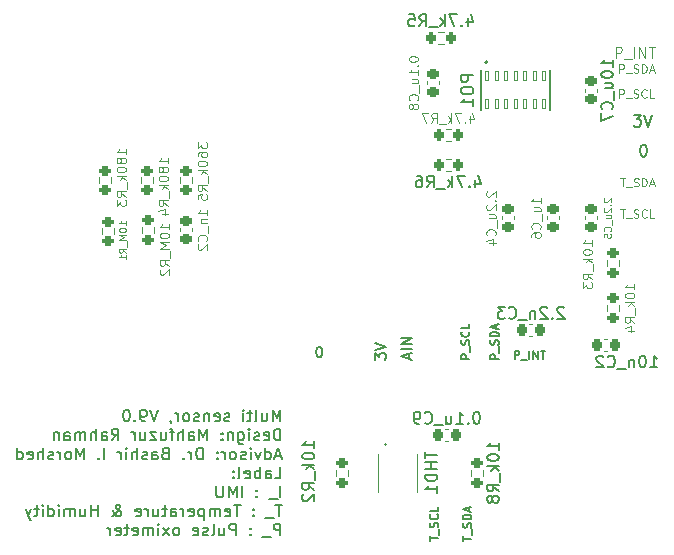
<source format=gbo>
%TF.GenerationSoftware,KiCad,Pcbnew,(6.0.9)*%
%TF.CreationDate,2024-01-25T22:47:47-06:00*%
%TF.ProjectId,AD8232_Heart_Rate_Monitor_v4.0,41443832-3332-45f4-9865-6172745f5261,rev?*%
%TF.SameCoordinates,Original*%
%TF.FileFunction,Legend,Bot*%
%TF.FilePolarity,Positive*%
%FSLAX46Y46*%
G04 Gerber Fmt 4.6, Leading zero omitted, Abs format (unit mm)*
G04 Created by KiCad (PCBNEW (6.0.9)) date 2024-01-25 22:47:47*
%MOMM*%
%LPD*%
G01*
G04 APERTURE LIST*
G04 Aperture macros list*
%AMRoundRect*
0 Rectangle with rounded corners*
0 $1 Rounding radius*
0 $2 $3 $4 $5 $6 $7 $8 $9 X,Y pos of 4 corners*
0 Add a 4 corners polygon primitive as box body*
4,1,4,$2,$3,$4,$5,$6,$7,$8,$9,$2,$3,0*
0 Add four circle primitives for the rounded corners*
1,1,$1+$1,$2,$3*
1,1,$1+$1,$4,$5*
1,1,$1+$1,$6,$7*
1,1,$1+$1,$8,$9*
0 Add four rect primitives between the rounded corners*
20,1,$1+$1,$2,$3,$4,$5,0*
20,1,$1+$1,$4,$5,$6,$7,0*
20,1,$1+$1,$6,$7,$8,$9,0*
20,1,$1+$1,$8,$9,$2,$3,0*%
G04 Aperture macros list end*
%ADD10C,0.150000*%
%ADD11C,0.100000*%
%ADD12C,0.120000*%
%ADD13C,0.200000*%
%ADD14C,0.127000*%
%ADD15R,1.700000X1.700000*%
%ADD16O,1.700000X1.700000*%
%ADD17R,0.850000X0.850000*%
%ADD18C,3.500000*%
%ADD19C,2.600000*%
%ADD20RoundRect,0.200000X0.275000X-0.200000X0.275000X0.200000X-0.275000X0.200000X-0.275000X-0.200000X0*%
%ADD21RoundRect,0.200000X-0.275000X0.200000X-0.275000X-0.200000X0.275000X-0.200000X0.275000X0.200000X0*%
%ADD22RoundRect,0.225000X0.250000X-0.225000X0.250000X0.225000X-0.250000X0.225000X-0.250000X-0.225000X0*%
%ADD23R,0.406400X0.762000*%
%ADD24R,2.489200X1.600200*%
%ADD25RoundRect,0.225000X-0.250000X0.225000X-0.250000X-0.225000X0.250000X-0.225000X0.250000X0.225000X0*%
%ADD26RoundRect,0.200000X0.200000X0.275000X-0.200000X0.275000X-0.200000X-0.275000X0.200000X-0.275000X0*%
%ADD27RoundRect,0.225000X-0.225000X-0.250000X0.225000X-0.250000X0.225000X0.250000X-0.225000X0.250000X0*%
%ADD28RoundRect,0.040000X-0.160000X0.380000X-0.160000X-0.380000X0.160000X-0.380000X0.160000X0.380000X0*%
%ADD29RoundRect,0.040000X0.160000X-0.380000X0.160000X0.380000X-0.160000X0.380000X-0.160000X-0.380000X0*%
%ADD30RoundRect,0.200000X-0.200000X-0.275000X0.200000X-0.275000X0.200000X0.275000X-0.200000X0.275000X0*%
%ADD31RoundRect,0.225000X0.225000X0.250000X-0.225000X0.250000X-0.225000X-0.250000X0.225000X-0.250000X0*%
G04 APERTURE END LIST*
D10*
X147932780Y-75728580D02*
X148028019Y-75728580D01*
X148123257Y-75776200D01*
X148170876Y-75823819D01*
X148218495Y-75919057D01*
X148266114Y-76109533D01*
X148266114Y-76347628D01*
X148218495Y-76538104D01*
X148170876Y-76633342D01*
X148123257Y-76680961D01*
X148028019Y-76728580D01*
X147932780Y-76728580D01*
X147837542Y-76680961D01*
X147789923Y-76633342D01*
X147742304Y-76538104D01*
X147694685Y-76347628D01*
X147694685Y-76109533D01*
X147742304Y-75919057D01*
X147789923Y-75823819D01*
X147837542Y-75776200D01*
X147932780Y-75728580D01*
D11*
X146013666Y-81201466D02*
X146413666Y-81201466D01*
X146213666Y-81901466D02*
X146213666Y-81201466D01*
X146480333Y-81968133D02*
X147013666Y-81968133D01*
X147147000Y-81868133D02*
X147247000Y-81901466D01*
X147413666Y-81901466D01*
X147480333Y-81868133D01*
X147513666Y-81834800D01*
X147547000Y-81768133D01*
X147547000Y-81701466D01*
X147513666Y-81634800D01*
X147480333Y-81601466D01*
X147413666Y-81568133D01*
X147280333Y-81534800D01*
X147213666Y-81501466D01*
X147180333Y-81468133D01*
X147147000Y-81401466D01*
X147147000Y-81334800D01*
X147180333Y-81268133D01*
X147213666Y-81234800D01*
X147280333Y-81201466D01*
X147447000Y-81201466D01*
X147547000Y-81234800D01*
X148247000Y-81834800D02*
X148213666Y-81868133D01*
X148113666Y-81901466D01*
X148047000Y-81901466D01*
X147947000Y-81868133D01*
X147880333Y-81801466D01*
X147847000Y-81734800D01*
X147813666Y-81601466D01*
X147813666Y-81501466D01*
X147847000Y-81368133D01*
X147880333Y-81301466D01*
X147947000Y-81234800D01*
X148047000Y-81201466D01*
X148113666Y-81201466D01*
X148213666Y-81234800D01*
X148247000Y-81268133D01*
X148880333Y-81901466D02*
X148547000Y-81901466D01*
X148547000Y-81201466D01*
X146022400Y-78559866D02*
X146422400Y-78559866D01*
X146222400Y-79259866D02*
X146222400Y-78559866D01*
X146489066Y-79326533D02*
X147022400Y-79326533D01*
X147155733Y-79226533D02*
X147255733Y-79259866D01*
X147422400Y-79259866D01*
X147489066Y-79226533D01*
X147522400Y-79193200D01*
X147555733Y-79126533D01*
X147555733Y-79059866D01*
X147522400Y-78993200D01*
X147489066Y-78959866D01*
X147422400Y-78926533D01*
X147289066Y-78893200D01*
X147222400Y-78859866D01*
X147189066Y-78826533D01*
X147155733Y-78759866D01*
X147155733Y-78693200D01*
X147189066Y-78626533D01*
X147222400Y-78593200D01*
X147289066Y-78559866D01*
X147455733Y-78559866D01*
X147555733Y-78593200D01*
X147855733Y-79259866D02*
X147855733Y-78559866D01*
X148022400Y-78559866D01*
X148122400Y-78593200D01*
X148189066Y-78659866D01*
X148222400Y-78726533D01*
X148255733Y-78859866D01*
X148255733Y-78959866D01*
X148222400Y-79093200D01*
X148189066Y-79159866D01*
X148122400Y-79226533D01*
X148022400Y-79259866D01*
X147855733Y-79259866D01*
X148522400Y-79059866D02*
X148855733Y-79059866D01*
X148455733Y-79259866D02*
X148689066Y-78559866D01*
X148922400Y-79259866D01*
D10*
X147142295Y-73188580D02*
X147761342Y-73188580D01*
X147428009Y-73569533D01*
X147570866Y-73569533D01*
X147666104Y-73617152D01*
X147713723Y-73664771D01*
X147761342Y-73760009D01*
X147761342Y-73998104D01*
X147713723Y-74093342D01*
X147666104Y-74140961D01*
X147570866Y-74188580D01*
X147285152Y-74188580D01*
X147189914Y-74140961D01*
X147142295Y-74093342D01*
X148047057Y-73188580D02*
X148380390Y-74188580D01*
X148713723Y-73188580D01*
D11*
X145928733Y-71741466D02*
X145928733Y-71041466D01*
X146195400Y-71041466D01*
X146262066Y-71074800D01*
X146295400Y-71108133D01*
X146328733Y-71174800D01*
X146328733Y-71274800D01*
X146295400Y-71341466D01*
X146262066Y-71374800D01*
X146195400Y-71408133D01*
X145928733Y-71408133D01*
X146462066Y-71808133D02*
X146995400Y-71808133D01*
X147128733Y-71708133D02*
X147228733Y-71741466D01*
X147395400Y-71741466D01*
X147462066Y-71708133D01*
X147495400Y-71674800D01*
X147528733Y-71608133D01*
X147528733Y-71541466D01*
X147495400Y-71474800D01*
X147462066Y-71441466D01*
X147395400Y-71408133D01*
X147262066Y-71374800D01*
X147195400Y-71341466D01*
X147162066Y-71308133D01*
X147128733Y-71241466D01*
X147128733Y-71174800D01*
X147162066Y-71108133D01*
X147195400Y-71074800D01*
X147262066Y-71041466D01*
X147428733Y-71041466D01*
X147528733Y-71074800D01*
X148228733Y-71674800D02*
X148195400Y-71708133D01*
X148095400Y-71741466D01*
X148028733Y-71741466D01*
X147928733Y-71708133D01*
X147862066Y-71641466D01*
X147828733Y-71574800D01*
X147795400Y-71441466D01*
X147795400Y-71341466D01*
X147828733Y-71208133D01*
X147862066Y-71141466D01*
X147928733Y-71074800D01*
X148028733Y-71041466D01*
X148095400Y-71041466D01*
X148195400Y-71074800D01*
X148228733Y-71108133D01*
X148862066Y-71741466D02*
X148528733Y-71741466D01*
X148528733Y-71041466D01*
X145937466Y-69633266D02*
X145937466Y-68933266D01*
X146204133Y-68933266D01*
X146270800Y-68966600D01*
X146304133Y-68999933D01*
X146337466Y-69066600D01*
X146337466Y-69166600D01*
X146304133Y-69233266D01*
X146270800Y-69266600D01*
X146204133Y-69299933D01*
X145937466Y-69299933D01*
X146470800Y-69699933D02*
X147004133Y-69699933D01*
X147137466Y-69599933D02*
X147237466Y-69633266D01*
X147404133Y-69633266D01*
X147470800Y-69599933D01*
X147504133Y-69566600D01*
X147537466Y-69499933D01*
X147537466Y-69433266D01*
X147504133Y-69366600D01*
X147470800Y-69333266D01*
X147404133Y-69299933D01*
X147270800Y-69266600D01*
X147204133Y-69233266D01*
X147170800Y-69199933D01*
X147137466Y-69133266D01*
X147137466Y-69066600D01*
X147170800Y-68999933D01*
X147204133Y-68966600D01*
X147270800Y-68933266D01*
X147437466Y-68933266D01*
X147537466Y-68966600D01*
X147837466Y-69633266D02*
X147837466Y-68933266D01*
X148004133Y-68933266D01*
X148104133Y-68966600D01*
X148170800Y-69033266D01*
X148204133Y-69099933D01*
X148237466Y-69233266D01*
X148237466Y-69333266D01*
X148204133Y-69466600D01*
X148170800Y-69533266D01*
X148104133Y-69599933D01*
X148004133Y-69633266D01*
X147837466Y-69633266D01*
X148504133Y-69433266D02*
X148837466Y-69433266D01*
X148437466Y-69633266D02*
X148670800Y-68933266D01*
X148904133Y-69633266D01*
D12*
X145611257Y-68352142D02*
X145611257Y-67452142D01*
X145954114Y-67452142D01*
X146039828Y-67495000D01*
X146082685Y-67537857D01*
X146125542Y-67623571D01*
X146125542Y-67752142D01*
X146082685Y-67837857D01*
X146039828Y-67880714D01*
X145954114Y-67923571D01*
X145611257Y-67923571D01*
X146296971Y-68437857D02*
X146982685Y-68437857D01*
X147196971Y-68352142D02*
X147196971Y-67452142D01*
X147625542Y-68352142D02*
X147625542Y-67452142D01*
X148139828Y-68352142D01*
X148139828Y-67452142D01*
X148439828Y-67452142D02*
X148954114Y-67452142D01*
X148696971Y-68352142D02*
X148696971Y-67452142D01*
D10*
X132687266Y-109273000D02*
X132687266Y-108873000D01*
X133387266Y-109073000D02*
X132687266Y-109073000D01*
X133453933Y-108806333D02*
X133453933Y-108273000D01*
X133353933Y-108139666D02*
X133387266Y-108039666D01*
X133387266Y-107873000D01*
X133353933Y-107806333D01*
X133320600Y-107773000D01*
X133253933Y-107739666D01*
X133187266Y-107739666D01*
X133120600Y-107773000D01*
X133087266Y-107806333D01*
X133053933Y-107873000D01*
X133020600Y-108006333D01*
X132987266Y-108073000D01*
X132953933Y-108106333D01*
X132887266Y-108139666D01*
X132820600Y-108139666D01*
X132753933Y-108106333D01*
X132720600Y-108073000D01*
X132687266Y-108006333D01*
X132687266Y-107839666D01*
X132720600Y-107739666D01*
X133387266Y-107439666D02*
X132687266Y-107439666D01*
X132687266Y-107273000D01*
X132720600Y-107173000D01*
X132787266Y-107106333D01*
X132853933Y-107073000D01*
X132987266Y-107039666D01*
X133087266Y-107039666D01*
X133220600Y-107073000D01*
X133287266Y-107106333D01*
X133353933Y-107173000D01*
X133387266Y-107273000D01*
X133387266Y-107439666D01*
X133187266Y-106773000D02*
X133187266Y-106439666D01*
X133387266Y-106839666D02*
X132687266Y-106606333D01*
X133387266Y-106373000D01*
X135698666Y-93863933D02*
X134998666Y-93863933D01*
X134998666Y-93597266D01*
X135032000Y-93530600D01*
X135065333Y-93497266D01*
X135132000Y-93463933D01*
X135232000Y-93463933D01*
X135298666Y-93497266D01*
X135332000Y-93530600D01*
X135365333Y-93597266D01*
X135365333Y-93863933D01*
X135765333Y-93330600D02*
X135765333Y-92797266D01*
X135665333Y-92663933D02*
X135698666Y-92563933D01*
X135698666Y-92397266D01*
X135665333Y-92330600D01*
X135632000Y-92297266D01*
X135565333Y-92263933D01*
X135498666Y-92263933D01*
X135432000Y-92297266D01*
X135398666Y-92330600D01*
X135365333Y-92397266D01*
X135332000Y-92530600D01*
X135298666Y-92597266D01*
X135265333Y-92630600D01*
X135198666Y-92663933D01*
X135132000Y-92663933D01*
X135065333Y-92630600D01*
X135032000Y-92597266D01*
X134998666Y-92530600D01*
X134998666Y-92363933D01*
X135032000Y-92263933D01*
X135698666Y-91963933D02*
X134998666Y-91963933D01*
X134998666Y-91797266D01*
X135032000Y-91697266D01*
X135098666Y-91630600D01*
X135165333Y-91597266D01*
X135298666Y-91563933D01*
X135398666Y-91563933D01*
X135532000Y-91597266D01*
X135598666Y-91630600D01*
X135665333Y-91697266D01*
X135698666Y-91797266D01*
X135698666Y-91963933D01*
X135498666Y-91297266D02*
X135498666Y-90963933D01*
X135698666Y-91363933D02*
X134998666Y-91130600D01*
X135698666Y-90897266D01*
D13*
X120480142Y-92826742D02*
X120565857Y-92826742D01*
X120651571Y-92869600D01*
X120694428Y-92912457D01*
X120737285Y-92998171D01*
X120780142Y-93169600D01*
X120780142Y-93383885D01*
X120737285Y-93555314D01*
X120694428Y-93641028D01*
X120651571Y-93683885D01*
X120565857Y-93726742D01*
X120480142Y-93726742D01*
X120394428Y-93683885D01*
X120351571Y-93641028D01*
X120308714Y-93555314D01*
X120265857Y-93383885D01*
X120265857Y-93169600D01*
X120308714Y-92998171D01*
X120351571Y-92912457D01*
X120394428Y-92869600D01*
X120480142Y-92826742D01*
D10*
X133234866Y-93847266D02*
X132534866Y-93847266D01*
X132534866Y-93580600D01*
X132568200Y-93513933D01*
X132601533Y-93480600D01*
X132668200Y-93447266D01*
X132768200Y-93447266D01*
X132834866Y-93480600D01*
X132868200Y-93513933D01*
X132901533Y-93580600D01*
X132901533Y-93847266D01*
X133301533Y-93313933D02*
X133301533Y-92780600D01*
X133201533Y-92647266D02*
X133234866Y-92547266D01*
X133234866Y-92380600D01*
X133201533Y-92313933D01*
X133168200Y-92280600D01*
X133101533Y-92247266D01*
X133034866Y-92247266D01*
X132968200Y-92280600D01*
X132934866Y-92313933D01*
X132901533Y-92380600D01*
X132868200Y-92513933D01*
X132834866Y-92580600D01*
X132801533Y-92613933D01*
X132734866Y-92647266D01*
X132668200Y-92647266D01*
X132601533Y-92613933D01*
X132568200Y-92580600D01*
X132534866Y-92513933D01*
X132534866Y-92347266D01*
X132568200Y-92247266D01*
X133168200Y-91547266D02*
X133201533Y-91580600D01*
X133234866Y-91680600D01*
X133234866Y-91747266D01*
X133201533Y-91847266D01*
X133134866Y-91913933D01*
X133068200Y-91947266D01*
X132934866Y-91980600D01*
X132834866Y-91980600D01*
X132701533Y-91947266D01*
X132634866Y-91913933D01*
X132568200Y-91847266D01*
X132534866Y-91747266D01*
X132534866Y-91680600D01*
X132568200Y-91580600D01*
X132601533Y-91547266D01*
X133234866Y-90913933D02*
X133234866Y-91247266D01*
X132534866Y-91247266D01*
D13*
X117233904Y-99152780D02*
X117233904Y-98152780D01*
X116900571Y-98867066D01*
X116567238Y-98152780D01*
X116567238Y-99152780D01*
X115662476Y-98486114D02*
X115662476Y-99152780D01*
X116091047Y-98486114D02*
X116091047Y-99009923D01*
X116043428Y-99105161D01*
X115948190Y-99152780D01*
X115805333Y-99152780D01*
X115710095Y-99105161D01*
X115662476Y-99057542D01*
X115043428Y-99152780D02*
X115138666Y-99105161D01*
X115186285Y-99009923D01*
X115186285Y-98152780D01*
X114805333Y-98486114D02*
X114424380Y-98486114D01*
X114662476Y-98152780D02*
X114662476Y-99009923D01*
X114614857Y-99105161D01*
X114519619Y-99152780D01*
X114424380Y-99152780D01*
X114091047Y-99152780D02*
X114091047Y-98486114D01*
X114091047Y-98152780D02*
X114138666Y-98200400D01*
X114091047Y-98248019D01*
X114043428Y-98200400D01*
X114091047Y-98152780D01*
X114091047Y-98248019D01*
X112900571Y-99105161D02*
X112805333Y-99152780D01*
X112614857Y-99152780D01*
X112519619Y-99105161D01*
X112472000Y-99009923D01*
X112472000Y-98962304D01*
X112519619Y-98867066D01*
X112614857Y-98819447D01*
X112757714Y-98819447D01*
X112852952Y-98771828D01*
X112900571Y-98676590D01*
X112900571Y-98628971D01*
X112852952Y-98533733D01*
X112757714Y-98486114D01*
X112614857Y-98486114D01*
X112519619Y-98533733D01*
X111662476Y-99105161D02*
X111757714Y-99152780D01*
X111948190Y-99152780D01*
X112043428Y-99105161D01*
X112091047Y-99009923D01*
X112091047Y-98628971D01*
X112043428Y-98533733D01*
X111948190Y-98486114D01*
X111757714Y-98486114D01*
X111662476Y-98533733D01*
X111614857Y-98628971D01*
X111614857Y-98724209D01*
X112091047Y-98819447D01*
X111186285Y-98486114D02*
X111186285Y-99152780D01*
X111186285Y-98581352D02*
X111138666Y-98533733D01*
X111043428Y-98486114D01*
X110900571Y-98486114D01*
X110805333Y-98533733D01*
X110757714Y-98628971D01*
X110757714Y-99152780D01*
X110329142Y-99105161D02*
X110233904Y-99152780D01*
X110043428Y-99152780D01*
X109948190Y-99105161D01*
X109900571Y-99009923D01*
X109900571Y-98962304D01*
X109948190Y-98867066D01*
X110043428Y-98819447D01*
X110186285Y-98819447D01*
X110281523Y-98771828D01*
X110329142Y-98676590D01*
X110329142Y-98628971D01*
X110281523Y-98533733D01*
X110186285Y-98486114D01*
X110043428Y-98486114D01*
X109948190Y-98533733D01*
X109329142Y-99152780D02*
X109424380Y-99105161D01*
X109472000Y-99057542D01*
X109519619Y-98962304D01*
X109519619Y-98676590D01*
X109472000Y-98581352D01*
X109424380Y-98533733D01*
X109329142Y-98486114D01*
X109186285Y-98486114D01*
X109091047Y-98533733D01*
X109043428Y-98581352D01*
X108995809Y-98676590D01*
X108995809Y-98962304D01*
X109043428Y-99057542D01*
X109091047Y-99105161D01*
X109186285Y-99152780D01*
X109329142Y-99152780D01*
X108567238Y-99152780D02*
X108567238Y-98486114D01*
X108567238Y-98676590D02*
X108519619Y-98581352D01*
X108472000Y-98533733D01*
X108376761Y-98486114D01*
X108281523Y-98486114D01*
X107900571Y-99105161D02*
X107900571Y-99152780D01*
X107948190Y-99248019D01*
X107995809Y-99295638D01*
X106852952Y-98152780D02*
X106519619Y-99152780D01*
X106186285Y-98152780D01*
X105805333Y-99152780D02*
X105614857Y-99152780D01*
X105519619Y-99105161D01*
X105472000Y-99057542D01*
X105376761Y-98914685D01*
X105329142Y-98724209D01*
X105329142Y-98343257D01*
X105376761Y-98248019D01*
X105424380Y-98200400D01*
X105519619Y-98152780D01*
X105710095Y-98152780D01*
X105805333Y-98200400D01*
X105852952Y-98248019D01*
X105900571Y-98343257D01*
X105900571Y-98581352D01*
X105852952Y-98676590D01*
X105805333Y-98724209D01*
X105710095Y-98771828D01*
X105519619Y-98771828D01*
X105424380Y-98724209D01*
X105376761Y-98676590D01*
X105329142Y-98581352D01*
X104900571Y-99057542D02*
X104852952Y-99105161D01*
X104900571Y-99152780D01*
X104948190Y-99105161D01*
X104900571Y-99057542D01*
X104900571Y-99152780D01*
X104233904Y-98152780D02*
X104138666Y-98152780D01*
X104043428Y-98200400D01*
X103995809Y-98248019D01*
X103948190Y-98343257D01*
X103900571Y-98533733D01*
X103900571Y-98771828D01*
X103948190Y-98962304D01*
X103995809Y-99057542D01*
X104043428Y-99105161D01*
X104138666Y-99152780D01*
X104233904Y-99152780D01*
X104329142Y-99105161D01*
X104376761Y-99057542D01*
X104424380Y-98962304D01*
X104472000Y-98771828D01*
X104472000Y-98533733D01*
X104424380Y-98343257D01*
X104376761Y-98248019D01*
X104329142Y-98200400D01*
X104233904Y-98152780D01*
X117233904Y-100762780D02*
X117233904Y-99762780D01*
X116995809Y-99762780D01*
X116852952Y-99810400D01*
X116757714Y-99905638D01*
X116710095Y-100000876D01*
X116662476Y-100191352D01*
X116662476Y-100334209D01*
X116710095Y-100524685D01*
X116757714Y-100619923D01*
X116852952Y-100715161D01*
X116995809Y-100762780D01*
X117233904Y-100762780D01*
X115852952Y-100715161D02*
X115948190Y-100762780D01*
X116138666Y-100762780D01*
X116233904Y-100715161D01*
X116281523Y-100619923D01*
X116281523Y-100238971D01*
X116233904Y-100143733D01*
X116138666Y-100096114D01*
X115948190Y-100096114D01*
X115852952Y-100143733D01*
X115805333Y-100238971D01*
X115805333Y-100334209D01*
X116281523Y-100429447D01*
X115424380Y-100715161D02*
X115329142Y-100762780D01*
X115138666Y-100762780D01*
X115043428Y-100715161D01*
X114995809Y-100619923D01*
X114995809Y-100572304D01*
X115043428Y-100477066D01*
X115138666Y-100429447D01*
X115281523Y-100429447D01*
X115376761Y-100381828D01*
X115424380Y-100286590D01*
X115424380Y-100238971D01*
X115376761Y-100143733D01*
X115281523Y-100096114D01*
X115138666Y-100096114D01*
X115043428Y-100143733D01*
X114567238Y-100762780D02*
X114567238Y-100096114D01*
X114567238Y-99762780D02*
X114614857Y-99810400D01*
X114567238Y-99858019D01*
X114519619Y-99810400D01*
X114567238Y-99762780D01*
X114567238Y-99858019D01*
X113662476Y-100096114D02*
X113662476Y-100905638D01*
X113710095Y-101000876D01*
X113757714Y-101048495D01*
X113852952Y-101096114D01*
X113995809Y-101096114D01*
X114091047Y-101048495D01*
X113662476Y-100715161D02*
X113757714Y-100762780D01*
X113948190Y-100762780D01*
X114043428Y-100715161D01*
X114091047Y-100667542D01*
X114138666Y-100572304D01*
X114138666Y-100286590D01*
X114091047Y-100191352D01*
X114043428Y-100143733D01*
X113948190Y-100096114D01*
X113757714Y-100096114D01*
X113662476Y-100143733D01*
X113186285Y-100096114D02*
X113186285Y-100762780D01*
X113186285Y-100191352D02*
X113138666Y-100143733D01*
X113043428Y-100096114D01*
X112900571Y-100096114D01*
X112805333Y-100143733D01*
X112757714Y-100238971D01*
X112757714Y-100762780D01*
X112281523Y-100667542D02*
X112233904Y-100715161D01*
X112281523Y-100762780D01*
X112329142Y-100715161D01*
X112281523Y-100667542D01*
X112281523Y-100762780D01*
X112281523Y-100143733D02*
X112233904Y-100191352D01*
X112281523Y-100238971D01*
X112329142Y-100191352D01*
X112281523Y-100143733D01*
X112281523Y-100238971D01*
X111043428Y-100762780D02*
X111043428Y-99762780D01*
X110710095Y-100477066D01*
X110376761Y-99762780D01*
X110376761Y-100762780D01*
X109472000Y-100762780D02*
X109472000Y-100238971D01*
X109519619Y-100143733D01*
X109614857Y-100096114D01*
X109805333Y-100096114D01*
X109900571Y-100143733D01*
X109472000Y-100715161D02*
X109567238Y-100762780D01*
X109805333Y-100762780D01*
X109900571Y-100715161D01*
X109948190Y-100619923D01*
X109948190Y-100524685D01*
X109900571Y-100429447D01*
X109805333Y-100381828D01*
X109567238Y-100381828D01*
X109472000Y-100334209D01*
X108995809Y-100762780D02*
X108995809Y-99762780D01*
X108567238Y-100762780D02*
X108567238Y-100238971D01*
X108614857Y-100143733D01*
X108710095Y-100096114D01*
X108852952Y-100096114D01*
X108948190Y-100143733D01*
X108995809Y-100191352D01*
X108233904Y-100096114D02*
X107852952Y-100096114D01*
X108091047Y-100762780D02*
X108091047Y-99905638D01*
X108043428Y-99810400D01*
X107948190Y-99762780D01*
X107852952Y-99762780D01*
X107091047Y-100096114D02*
X107091047Y-100762780D01*
X107519619Y-100096114D02*
X107519619Y-100619923D01*
X107472000Y-100715161D01*
X107376761Y-100762780D01*
X107233904Y-100762780D01*
X107138666Y-100715161D01*
X107091047Y-100667542D01*
X106710095Y-100096114D02*
X106186285Y-100096114D01*
X106710095Y-100762780D01*
X106186285Y-100762780D01*
X105376761Y-100096114D02*
X105376761Y-100762780D01*
X105805333Y-100096114D02*
X105805333Y-100619923D01*
X105757714Y-100715161D01*
X105662476Y-100762780D01*
X105519619Y-100762780D01*
X105424380Y-100715161D01*
X105376761Y-100667542D01*
X104900571Y-100762780D02*
X104900571Y-100096114D01*
X104900571Y-100286590D02*
X104852952Y-100191352D01*
X104805333Y-100143733D01*
X104710095Y-100096114D01*
X104614857Y-100096114D01*
X102948190Y-100762780D02*
X103281523Y-100286590D01*
X103519619Y-100762780D02*
X103519619Y-99762780D01*
X103138666Y-99762780D01*
X103043428Y-99810400D01*
X102995809Y-99858019D01*
X102948190Y-99953257D01*
X102948190Y-100096114D01*
X102995809Y-100191352D01*
X103043428Y-100238971D01*
X103138666Y-100286590D01*
X103519619Y-100286590D01*
X102091047Y-100762780D02*
X102091047Y-100238971D01*
X102138666Y-100143733D01*
X102233904Y-100096114D01*
X102424380Y-100096114D01*
X102519619Y-100143733D01*
X102091047Y-100715161D02*
X102186285Y-100762780D01*
X102424380Y-100762780D01*
X102519619Y-100715161D01*
X102567238Y-100619923D01*
X102567238Y-100524685D01*
X102519619Y-100429447D01*
X102424380Y-100381828D01*
X102186285Y-100381828D01*
X102091047Y-100334209D01*
X101614857Y-100762780D02*
X101614857Y-99762780D01*
X101186285Y-100762780D02*
X101186285Y-100238971D01*
X101233904Y-100143733D01*
X101329142Y-100096114D01*
X101472000Y-100096114D01*
X101567238Y-100143733D01*
X101614857Y-100191352D01*
X100710095Y-100762780D02*
X100710095Y-100096114D01*
X100710095Y-100191352D02*
X100662476Y-100143733D01*
X100567238Y-100096114D01*
X100424380Y-100096114D01*
X100329142Y-100143733D01*
X100281523Y-100238971D01*
X100281523Y-100762780D01*
X100281523Y-100238971D02*
X100233904Y-100143733D01*
X100138666Y-100096114D01*
X99995809Y-100096114D01*
X99900571Y-100143733D01*
X99852952Y-100238971D01*
X99852952Y-100762780D01*
X98948190Y-100762780D02*
X98948190Y-100238971D01*
X98995809Y-100143733D01*
X99091047Y-100096114D01*
X99281523Y-100096114D01*
X99376761Y-100143733D01*
X98948190Y-100715161D02*
X99043428Y-100762780D01*
X99281523Y-100762780D01*
X99376761Y-100715161D01*
X99424380Y-100619923D01*
X99424380Y-100524685D01*
X99376761Y-100429447D01*
X99281523Y-100381828D01*
X99043428Y-100381828D01*
X98948190Y-100334209D01*
X98472000Y-100096114D02*
X98472000Y-100762780D01*
X98472000Y-100191352D02*
X98424380Y-100143733D01*
X98329142Y-100096114D01*
X98186285Y-100096114D01*
X98091047Y-100143733D01*
X98043428Y-100238971D01*
X98043428Y-100762780D01*
X117281523Y-102087066D02*
X116805333Y-102087066D01*
X117376761Y-102372780D02*
X117043428Y-101372780D01*
X116710095Y-102372780D01*
X115948190Y-102372780D02*
X115948190Y-101372780D01*
X115948190Y-102325161D02*
X116043428Y-102372780D01*
X116233904Y-102372780D01*
X116329142Y-102325161D01*
X116376761Y-102277542D01*
X116424380Y-102182304D01*
X116424380Y-101896590D01*
X116376761Y-101801352D01*
X116329142Y-101753733D01*
X116233904Y-101706114D01*
X116043428Y-101706114D01*
X115948190Y-101753733D01*
X115567238Y-101706114D02*
X115329142Y-102372780D01*
X115091047Y-101706114D01*
X114710095Y-102372780D02*
X114710095Y-101706114D01*
X114710095Y-101372780D02*
X114757714Y-101420400D01*
X114710095Y-101468019D01*
X114662476Y-101420400D01*
X114710095Y-101372780D01*
X114710095Y-101468019D01*
X114281523Y-102325161D02*
X114186285Y-102372780D01*
X113995809Y-102372780D01*
X113900571Y-102325161D01*
X113852952Y-102229923D01*
X113852952Y-102182304D01*
X113900571Y-102087066D01*
X113995809Y-102039447D01*
X114138666Y-102039447D01*
X114233904Y-101991828D01*
X114281523Y-101896590D01*
X114281523Y-101848971D01*
X114233904Y-101753733D01*
X114138666Y-101706114D01*
X113995809Y-101706114D01*
X113900571Y-101753733D01*
X113281523Y-102372780D02*
X113376761Y-102325161D01*
X113424380Y-102277542D01*
X113472000Y-102182304D01*
X113472000Y-101896590D01*
X113424380Y-101801352D01*
X113376761Y-101753733D01*
X113281523Y-101706114D01*
X113138666Y-101706114D01*
X113043428Y-101753733D01*
X112995809Y-101801352D01*
X112948190Y-101896590D01*
X112948190Y-102182304D01*
X112995809Y-102277542D01*
X113043428Y-102325161D01*
X113138666Y-102372780D01*
X113281523Y-102372780D01*
X112519619Y-102372780D02*
X112519619Y-101706114D01*
X112519619Y-101896590D02*
X112472000Y-101801352D01*
X112424380Y-101753733D01*
X112329142Y-101706114D01*
X112233904Y-101706114D01*
X111900571Y-102277542D02*
X111852952Y-102325161D01*
X111900571Y-102372780D01*
X111948190Y-102325161D01*
X111900571Y-102277542D01*
X111900571Y-102372780D01*
X111900571Y-101753733D02*
X111852952Y-101801352D01*
X111900571Y-101848971D01*
X111948190Y-101801352D01*
X111900571Y-101753733D01*
X111900571Y-101848971D01*
X110662476Y-102372780D02*
X110662476Y-101372780D01*
X110424380Y-101372780D01*
X110281523Y-101420400D01*
X110186285Y-101515638D01*
X110138666Y-101610876D01*
X110091047Y-101801352D01*
X110091047Y-101944209D01*
X110138666Y-102134685D01*
X110186285Y-102229923D01*
X110281523Y-102325161D01*
X110424380Y-102372780D01*
X110662476Y-102372780D01*
X109662476Y-102372780D02*
X109662476Y-101706114D01*
X109662476Y-101896590D02*
X109614857Y-101801352D01*
X109567238Y-101753733D01*
X109472000Y-101706114D01*
X109376761Y-101706114D01*
X109043428Y-102277542D02*
X108995809Y-102325161D01*
X109043428Y-102372780D01*
X109091047Y-102325161D01*
X109043428Y-102277542D01*
X109043428Y-102372780D01*
X107472000Y-101848971D02*
X107329142Y-101896590D01*
X107281523Y-101944209D01*
X107233904Y-102039447D01*
X107233904Y-102182304D01*
X107281523Y-102277542D01*
X107329142Y-102325161D01*
X107424380Y-102372780D01*
X107805333Y-102372780D01*
X107805333Y-101372780D01*
X107472000Y-101372780D01*
X107376761Y-101420400D01*
X107329142Y-101468019D01*
X107281523Y-101563257D01*
X107281523Y-101658495D01*
X107329142Y-101753733D01*
X107376761Y-101801352D01*
X107472000Y-101848971D01*
X107805333Y-101848971D01*
X106376761Y-102372780D02*
X106376761Y-101848971D01*
X106424380Y-101753733D01*
X106519619Y-101706114D01*
X106710095Y-101706114D01*
X106805333Y-101753733D01*
X106376761Y-102325161D02*
X106472000Y-102372780D01*
X106710095Y-102372780D01*
X106805333Y-102325161D01*
X106852952Y-102229923D01*
X106852952Y-102134685D01*
X106805333Y-102039447D01*
X106710095Y-101991828D01*
X106472000Y-101991828D01*
X106376761Y-101944209D01*
X105948190Y-102325161D02*
X105852952Y-102372780D01*
X105662476Y-102372780D01*
X105567238Y-102325161D01*
X105519619Y-102229923D01*
X105519619Y-102182304D01*
X105567238Y-102087066D01*
X105662476Y-102039447D01*
X105805333Y-102039447D01*
X105900571Y-101991828D01*
X105948190Y-101896590D01*
X105948190Y-101848971D01*
X105900571Y-101753733D01*
X105805333Y-101706114D01*
X105662476Y-101706114D01*
X105567238Y-101753733D01*
X105091047Y-102372780D02*
X105091047Y-101372780D01*
X104662476Y-102372780D02*
X104662476Y-101848971D01*
X104710095Y-101753733D01*
X104805333Y-101706114D01*
X104948190Y-101706114D01*
X105043428Y-101753733D01*
X105091047Y-101801352D01*
X104186285Y-102372780D02*
X104186285Y-101706114D01*
X104186285Y-101372780D02*
X104233904Y-101420400D01*
X104186285Y-101468019D01*
X104138666Y-101420400D01*
X104186285Y-101372780D01*
X104186285Y-101468019D01*
X103710095Y-102372780D02*
X103710095Y-101706114D01*
X103710095Y-101896590D02*
X103662476Y-101801352D01*
X103614857Y-101753733D01*
X103519619Y-101706114D01*
X103424380Y-101706114D01*
X102329142Y-102372780D02*
X102329142Y-101372780D01*
X101852952Y-102277542D02*
X101805333Y-102325161D01*
X101852952Y-102372780D01*
X101900571Y-102325161D01*
X101852952Y-102277542D01*
X101852952Y-102372780D01*
X100614857Y-102372780D02*
X100614857Y-101372780D01*
X100281523Y-102087066D01*
X99948190Y-101372780D01*
X99948190Y-102372780D01*
X99329142Y-102372780D02*
X99424380Y-102325161D01*
X99472000Y-102277542D01*
X99519619Y-102182304D01*
X99519619Y-101896590D01*
X99472000Y-101801352D01*
X99424380Y-101753733D01*
X99329142Y-101706114D01*
X99186285Y-101706114D01*
X99091047Y-101753733D01*
X99043428Y-101801352D01*
X98995809Y-101896590D01*
X98995809Y-102182304D01*
X99043428Y-102277542D01*
X99091047Y-102325161D01*
X99186285Y-102372780D01*
X99329142Y-102372780D01*
X98567238Y-102372780D02*
X98567238Y-101706114D01*
X98567238Y-101896590D02*
X98519619Y-101801352D01*
X98472000Y-101753733D01*
X98376761Y-101706114D01*
X98281523Y-101706114D01*
X97995809Y-102325161D02*
X97900571Y-102372780D01*
X97710095Y-102372780D01*
X97614857Y-102325161D01*
X97567238Y-102229923D01*
X97567238Y-102182304D01*
X97614857Y-102087066D01*
X97710095Y-102039447D01*
X97852952Y-102039447D01*
X97948190Y-101991828D01*
X97995809Y-101896590D01*
X97995809Y-101848971D01*
X97948190Y-101753733D01*
X97852952Y-101706114D01*
X97710095Y-101706114D01*
X97614857Y-101753733D01*
X97138666Y-102372780D02*
X97138666Y-101372780D01*
X96710095Y-102372780D02*
X96710095Y-101848971D01*
X96757714Y-101753733D01*
X96852952Y-101706114D01*
X96995809Y-101706114D01*
X97091047Y-101753733D01*
X97138666Y-101801352D01*
X95852952Y-102325161D02*
X95948190Y-102372780D01*
X96138666Y-102372780D01*
X96233904Y-102325161D01*
X96281523Y-102229923D01*
X96281523Y-101848971D01*
X96233904Y-101753733D01*
X96138666Y-101706114D01*
X95948190Y-101706114D01*
X95852952Y-101753733D01*
X95805333Y-101848971D01*
X95805333Y-101944209D01*
X96281523Y-102039447D01*
X94948190Y-102372780D02*
X94948190Y-101372780D01*
X94948190Y-102325161D02*
X95043428Y-102372780D01*
X95233904Y-102372780D01*
X95329142Y-102325161D01*
X95376761Y-102277542D01*
X95424380Y-102182304D01*
X95424380Y-101896590D01*
X95376761Y-101801352D01*
X95329142Y-101753733D01*
X95233904Y-101706114D01*
X95043428Y-101706114D01*
X94948190Y-101753733D01*
X116757714Y-103982780D02*
X117233904Y-103982780D01*
X117233904Y-102982780D01*
X115995809Y-103982780D02*
X115995809Y-103458971D01*
X116043428Y-103363733D01*
X116138666Y-103316114D01*
X116329142Y-103316114D01*
X116424380Y-103363733D01*
X115995809Y-103935161D02*
X116091047Y-103982780D01*
X116329142Y-103982780D01*
X116424380Y-103935161D01*
X116472000Y-103839923D01*
X116472000Y-103744685D01*
X116424380Y-103649447D01*
X116329142Y-103601828D01*
X116091047Y-103601828D01*
X115995809Y-103554209D01*
X115519619Y-103982780D02*
X115519619Y-102982780D01*
X115519619Y-103363733D02*
X115424380Y-103316114D01*
X115233904Y-103316114D01*
X115138666Y-103363733D01*
X115091047Y-103411352D01*
X115043428Y-103506590D01*
X115043428Y-103792304D01*
X115091047Y-103887542D01*
X115138666Y-103935161D01*
X115233904Y-103982780D01*
X115424380Y-103982780D01*
X115519619Y-103935161D01*
X114233904Y-103935161D02*
X114329142Y-103982780D01*
X114519619Y-103982780D01*
X114614857Y-103935161D01*
X114662476Y-103839923D01*
X114662476Y-103458971D01*
X114614857Y-103363733D01*
X114519619Y-103316114D01*
X114329142Y-103316114D01*
X114233904Y-103363733D01*
X114186285Y-103458971D01*
X114186285Y-103554209D01*
X114662476Y-103649447D01*
X113614857Y-103982780D02*
X113710095Y-103935161D01*
X113757714Y-103839923D01*
X113757714Y-102982780D01*
X113233904Y-103887542D02*
X113186285Y-103935161D01*
X113233904Y-103982780D01*
X113281523Y-103935161D01*
X113233904Y-103887542D01*
X113233904Y-103982780D01*
X113233904Y-103363733D02*
X113186285Y-103411352D01*
X113233904Y-103458971D01*
X113281523Y-103411352D01*
X113233904Y-103363733D01*
X113233904Y-103458971D01*
X117233904Y-105592780D02*
X117233904Y-104592780D01*
X116995809Y-105688019D02*
X116233904Y-105688019D01*
X115233904Y-105497542D02*
X115186285Y-105545161D01*
X115233904Y-105592780D01*
X115281523Y-105545161D01*
X115233904Y-105497542D01*
X115233904Y-105592780D01*
X115233904Y-104973733D02*
X115186285Y-105021352D01*
X115233904Y-105068971D01*
X115281523Y-105021352D01*
X115233904Y-104973733D01*
X115233904Y-105068971D01*
X113995809Y-105592780D02*
X113995809Y-104592780D01*
X113519619Y-105592780D02*
X113519619Y-104592780D01*
X113186285Y-105307066D01*
X112852952Y-104592780D01*
X112852952Y-105592780D01*
X112376761Y-104592780D02*
X112376761Y-105402304D01*
X112329142Y-105497542D01*
X112281523Y-105545161D01*
X112186285Y-105592780D01*
X111995809Y-105592780D01*
X111900571Y-105545161D01*
X111852952Y-105497542D01*
X111805333Y-105402304D01*
X111805333Y-104592780D01*
X117376761Y-106202780D02*
X116805333Y-106202780D01*
X117091047Y-107202780D02*
X117091047Y-106202780D01*
X116710095Y-107298019D02*
X115948190Y-107298019D01*
X114948190Y-107107542D02*
X114900571Y-107155161D01*
X114948190Y-107202780D01*
X114995809Y-107155161D01*
X114948190Y-107107542D01*
X114948190Y-107202780D01*
X114948190Y-106583733D02*
X114900571Y-106631352D01*
X114948190Y-106678971D01*
X114995809Y-106631352D01*
X114948190Y-106583733D01*
X114948190Y-106678971D01*
X113852952Y-106202780D02*
X113281523Y-106202780D01*
X113567238Y-107202780D02*
X113567238Y-106202780D01*
X112567238Y-107155161D02*
X112662476Y-107202780D01*
X112852952Y-107202780D01*
X112948190Y-107155161D01*
X112995809Y-107059923D01*
X112995809Y-106678971D01*
X112948190Y-106583733D01*
X112852952Y-106536114D01*
X112662476Y-106536114D01*
X112567238Y-106583733D01*
X112519619Y-106678971D01*
X112519619Y-106774209D01*
X112995809Y-106869447D01*
X112091047Y-107202780D02*
X112091047Y-106536114D01*
X112091047Y-106631352D02*
X112043428Y-106583733D01*
X111948190Y-106536114D01*
X111805333Y-106536114D01*
X111710095Y-106583733D01*
X111662476Y-106678971D01*
X111662476Y-107202780D01*
X111662476Y-106678971D02*
X111614857Y-106583733D01*
X111519619Y-106536114D01*
X111376761Y-106536114D01*
X111281523Y-106583733D01*
X111233904Y-106678971D01*
X111233904Y-107202780D01*
X110757714Y-106536114D02*
X110757714Y-107536114D01*
X110757714Y-106583733D02*
X110662476Y-106536114D01*
X110472000Y-106536114D01*
X110376761Y-106583733D01*
X110329142Y-106631352D01*
X110281523Y-106726590D01*
X110281523Y-107012304D01*
X110329142Y-107107542D01*
X110376761Y-107155161D01*
X110472000Y-107202780D01*
X110662476Y-107202780D01*
X110757714Y-107155161D01*
X109472000Y-107155161D02*
X109567238Y-107202780D01*
X109757714Y-107202780D01*
X109852952Y-107155161D01*
X109900571Y-107059923D01*
X109900571Y-106678971D01*
X109852952Y-106583733D01*
X109757714Y-106536114D01*
X109567238Y-106536114D01*
X109472000Y-106583733D01*
X109424380Y-106678971D01*
X109424380Y-106774209D01*
X109900571Y-106869447D01*
X108995809Y-107202780D02*
X108995809Y-106536114D01*
X108995809Y-106726590D02*
X108948190Y-106631352D01*
X108900571Y-106583733D01*
X108805333Y-106536114D01*
X108710095Y-106536114D01*
X107948190Y-107202780D02*
X107948190Y-106678971D01*
X107995809Y-106583733D01*
X108091047Y-106536114D01*
X108281523Y-106536114D01*
X108376761Y-106583733D01*
X107948190Y-107155161D02*
X108043428Y-107202780D01*
X108281523Y-107202780D01*
X108376761Y-107155161D01*
X108424380Y-107059923D01*
X108424380Y-106964685D01*
X108376761Y-106869447D01*
X108281523Y-106821828D01*
X108043428Y-106821828D01*
X107948190Y-106774209D01*
X107614857Y-106536114D02*
X107233904Y-106536114D01*
X107472000Y-106202780D02*
X107472000Y-107059923D01*
X107424380Y-107155161D01*
X107329142Y-107202780D01*
X107233904Y-107202780D01*
X106472000Y-106536114D02*
X106472000Y-107202780D01*
X106900571Y-106536114D02*
X106900571Y-107059923D01*
X106852952Y-107155161D01*
X106757714Y-107202780D01*
X106614857Y-107202780D01*
X106519619Y-107155161D01*
X106472000Y-107107542D01*
X105995809Y-107202780D02*
X105995809Y-106536114D01*
X105995809Y-106726590D02*
X105948190Y-106631352D01*
X105900571Y-106583733D01*
X105805333Y-106536114D01*
X105710095Y-106536114D01*
X104995809Y-107155161D02*
X105091047Y-107202780D01*
X105281523Y-107202780D01*
X105376761Y-107155161D01*
X105424380Y-107059923D01*
X105424380Y-106678971D01*
X105376761Y-106583733D01*
X105281523Y-106536114D01*
X105091047Y-106536114D01*
X104995809Y-106583733D01*
X104948190Y-106678971D01*
X104948190Y-106774209D01*
X105424380Y-106869447D01*
X102948190Y-107202780D02*
X102995809Y-107202780D01*
X103091047Y-107155161D01*
X103233904Y-107012304D01*
X103472000Y-106726590D01*
X103567238Y-106583733D01*
X103614857Y-106440876D01*
X103614857Y-106345638D01*
X103567238Y-106250400D01*
X103472000Y-106202780D01*
X103424380Y-106202780D01*
X103329142Y-106250400D01*
X103281523Y-106345638D01*
X103281523Y-106393257D01*
X103329142Y-106488495D01*
X103376761Y-106536114D01*
X103662476Y-106726590D01*
X103710095Y-106774209D01*
X103757714Y-106869447D01*
X103757714Y-107012304D01*
X103710095Y-107107542D01*
X103662476Y-107155161D01*
X103567238Y-107202780D01*
X103424380Y-107202780D01*
X103329142Y-107155161D01*
X103281523Y-107107542D01*
X103138666Y-106917066D01*
X103091047Y-106774209D01*
X103091047Y-106678971D01*
X101757714Y-107202780D02*
X101757714Y-106202780D01*
X101757714Y-106678971D02*
X101186285Y-106678971D01*
X101186285Y-107202780D02*
X101186285Y-106202780D01*
X100281523Y-106536114D02*
X100281523Y-107202780D01*
X100710095Y-106536114D02*
X100710095Y-107059923D01*
X100662476Y-107155161D01*
X100567238Y-107202780D01*
X100424380Y-107202780D01*
X100329142Y-107155161D01*
X100281523Y-107107542D01*
X99805333Y-107202780D02*
X99805333Y-106536114D01*
X99805333Y-106631352D02*
X99757714Y-106583733D01*
X99662476Y-106536114D01*
X99519619Y-106536114D01*
X99424380Y-106583733D01*
X99376761Y-106678971D01*
X99376761Y-107202780D01*
X99376761Y-106678971D02*
X99329142Y-106583733D01*
X99233904Y-106536114D01*
X99091047Y-106536114D01*
X98995809Y-106583733D01*
X98948190Y-106678971D01*
X98948190Y-107202780D01*
X98472000Y-107202780D02*
X98472000Y-106536114D01*
X98472000Y-106202780D02*
X98519619Y-106250400D01*
X98472000Y-106298019D01*
X98424380Y-106250400D01*
X98472000Y-106202780D01*
X98472000Y-106298019D01*
X97567238Y-107202780D02*
X97567238Y-106202780D01*
X97567238Y-107155161D02*
X97662476Y-107202780D01*
X97852952Y-107202780D01*
X97948190Y-107155161D01*
X97995809Y-107107542D01*
X98043428Y-107012304D01*
X98043428Y-106726590D01*
X97995809Y-106631352D01*
X97948190Y-106583733D01*
X97852952Y-106536114D01*
X97662476Y-106536114D01*
X97567238Y-106583733D01*
X97091047Y-107202780D02*
X97091047Y-106536114D01*
X97091047Y-106202780D02*
X97138666Y-106250400D01*
X97091047Y-106298019D01*
X97043428Y-106250400D01*
X97091047Y-106202780D01*
X97091047Y-106298019D01*
X96757714Y-106536114D02*
X96376761Y-106536114D01*
X96614857Y-106202780D02*
X96614857Y-107059923D01*
X96567238Y-107155161D01*
X96472000Y-107202780D01*
X96376761Y-107202780D01*
X96138666Y-106536114D02*
X95900571Y-107202780D01*
X95662476Y-106536114D02*
X95900571Y-107202780D01*
X95995809Y-107440876D01*
X96043428Y-107488495D01*
X96138666Y-107536114D01*
X117233904Y-108812780D02*
X117233904Y-107812780D01*
X116852952Y-107812780D01*
X116757714Y-107860400D01*
X116710095Y-107908019D01*
X116662476Y-108003257D01*
X116662476Y-108146114D01*
X116710095Y-108241352D01*
X116757714Y-108288971D01*
X116852952Y-108336590D01*
X117233904Y-108336590D01*
X116472000Y-108908019D02*
X115710095Y-108908019D01*
X114710095Y-108717542D02*
X114662476Y-108765161D01*
X114710095Y-108812780D01*
X114757714Y-108765161D01*
X114710095Y-108717542D01*
X114710095Y-108812780D01*
X114710095Y-108193733D02*
X114662476Y-108241352D01*
X114710095Y-108288971D01*
X114757714Y-108241352D01*
X114710095Y-108193733D01*
X114710095Y-108288971D01*
X113472000Y-108812780D02*
X113472000Y-107812780D01*
X113091047Y-107812780D01*
X112995809Y-107860400D01*
X112948190Y-107908019D01*
X112900571Y-108003257D01*
X112900571Y-108146114D01*
X112948190Y-108241352D01*
X112995809Y-108288971D01*
X113091047Y-108336590D01*
X113472000Y-108336590D01*
X112043428Y-108146114D02*
X112043428Y-108812780D01*
X112472000Y-108146114D02*
X112472000Y-108669923D01*
X112424380Y-108765161D01*
X112329142Y-108812780D01*
X112186285Y-108812780D01*
X112091047Y-108765161D01*
X112043428Y-108717542D01*
X111424380Y-108812780D02*
X111519619Y-108765161D01*
X111567238Y-108669923D01*
X111567238Y-107812780D01*
X111091047Y-108765161D02*
X110995809Y-108812780D01*
X110805333Y-108812780D01*
X110710095Y-108765161D01*
X110662476Y-108669923D01*
X110662476Y-108622304D01*
X110710095Y-108527066D01*
X110805333Y-108479447D01*
X110948190Y-108479447D01*
X111043428Y-108431828D01*
X111091047Y-108336590D01*
X111091047Y-108288971D01*
X111043428Y-108193733D01*
X110948190Y-108146114D01*
X110805333Y-108146114D01*
X110710095Y-108193733D01*
X109852952Y-108765161D02*
X109948190Y-108812780D01*
X110138666Y-108812780D01*
X110233904Y-108765161D01*
X110281523Y-108669923D01*
X110281523Y-108288971D01*
X110233904Y-108193733D01*
X110138666Y-108146114D01*
X109948190Y-108146114D01*
X109852952Y-108193733D01*
X109805333Y-108288971D01*
X109805333Y-108384209D01*
X110281523Y-108479447D01*
X108472000Y-108812780D02*
X108567238Y-108765161D01*
X108614857Y-108717542D01*
X108662476Y-108622304D01*
X108662476Y-108336590D01*
X108614857Y-108241352D01*
X108567238Y-108193733D01*
X108472000Y-108146114D01*
X108329142Y-108146114D01*
X108233904Y-108193733D01*
X108186285Y-108241352D01*
X108138666Y-108336590D01*
X108138666Y-108622304D01*
X108186285Y-108717542D01*
X108233904Y-108765161D01*
X108329142Y-108812780D01*
X108472000Y-108812780D01*
X107805333Y-108812780D02*
X107281523Y-108146114D01*
X107805333Y-108146114D02*
X107281523Y-108812780D01*
X106900571Y-108812780D02*
X106900571Y-108146114D01*
X106900571Y-107812780D02*
X106948190Y-107860400D01*
X106900571Y-107908019D01*
X106852952Y-107860400D01*
X106900571Y-107812780D01*
X106900571Y-107908019D01*
X106424380Y-108812780D02*
X106424380Y-108146114D01*
X106424380Y-108241352D02*
X106376761Y-108193733D01*
X106281523Y-108146114D01*
X106138666Y-108146114D01*
X106043428Y-108193733D01*
X105995809Y-108288971D01*
X105995809Y-108812780D01*
X105995809Y-108288971D02*
X105948190Y-108193733D01*
X105852952Y-108146114D01*
X105710095Y-108146114D01*
X105614857Y-108193733D01*
X105567238Y-108288971D01*
X105567238Y-108812780D01*
X104710095Y-108765161D02*
X104805333Y-108812780D01*
X104995809Y-108812780D01*
X105091047Y-108765161D01*
X105138666Y-108669923D01*
X105138666Y-108288971D01*
X105091047Y-108193733D01*
X104995809Y-108146114D01*
X104805333Y-108146114D01*
X104710095Y-108193733D01*
X104662476Y-108288971D01*
X104662476Y-108384209D01*
X105138666Y-108479447D01*
X104376761Y-108146114D02*
X103995809Y-108146114D01*
X104233904Y-107812780D02*
X104233904Y-108669923D01*
X104186285Y-108765161D01*
X104091047Y-108812780D01*
X103995809Y-108812780D01*
X103281523Y-108765161D02*
X103376761Y-108812780D01*
X103567238Y-108812780D01*
X103662476Y-108765161D01*
X103710095Y-108669923D01*
X103710095Y-108288971D01*
X103662476Y-108193733D01*
X103567238Y-108146114D01*
X103376761Y-108146114D01*
X103281523Y-108193733D01*
X103233904Y-108288971D01*
X103233904Y-108384209D01*
X103710095Y-108479447D01*
X102805333Y-108812780D02*
X102805333Y-108146114D01*
X102805333Y-108336590D02*
X102757714Y-108241352D01*
X102710095Y-108193733D01*
X102614857Y-108146114D01*
X102519619Y-108146114D01*
D10*
X137053000Y-93864866D02*
X137053000Y-93164866D01*
X137319666Y-93164866D01*
X137386333Y-93198200D01*
X137419666Y-93231533D01*
X137453000Y-93298200D01*
X137453000Y-93398200D01*
X137419666Y-93464866D01*
X137386333Y-93498200D01*
X137319666Y-93531533D01*
X137053000Y-93531533D01*
X137586333Y-93931533D02*
X138119666Y-93931533D01*
X138286333Y-93864866D02*
X138286333Y-93164866D01*
X138619666Y-93864866D02*
X138619666Y-93164866D01*
X139019666Y-93864866D01*
X139019666Y-93164866D01*
X139253000Y-93164866D02*
X139653000Y-93164866D01*
X139453000Y-93864866D02*
X139453000Y-93164866D01*
D13*
X128115200Y-93838600D02*
X128115200Y-93410028D01*
X128372342Y-93924314D02*
X127472342Y-93624314D01*
X128372342Y-93324314D01*
X128372342Y-93024314D02*
X127472342Y-93024314D01*
X128372342Y-92595742D02*
X127472342Y-92595742D01*
X128372342Y-92081457D01*
X127472342Y-92081457D01*
D10*
X129867866Y-109256333D02*
X129867866Y-108856333D01*
X130567866Y-109056333D02*
X129867866Y-109056333D01*
X130634533Y-108789666D02*
X130634533Y-108256333D01*
X130534533Y-108123000D02*
X130567866Y-108023000D01*
X130567866Y-107856333D01*
X130534533Y-107789666D01*
X130501200Y-107756333D01*
X130434533Y-107723000D01*
X130367866Y-107723000D01*
X130301200Y-107756333D01*
X130267866Y-107789666D01*
X130234533Y-107856333D01*
X130201200Y-107989666D01*
X130167866Y-108056333D01*
X130134533Y-108089666D01*
X130067866Y-108123000D01*
X130001200Y-108123000D01*
X129934533Y-108089666D01*
X129901200Y-108056333D01*
X129867866Y-107989666D01*
X129867866Y-107823000D01*
X129901200Y-107723000D01*
X130501200Y-107023000D02*
X130534533Y-107056333D01*
X130567866Y-107156333D01*
X130567866Y-107223000D01*
X130534533Y-107323000D01*
X130467866Y-107389666D01*
X130401200Y-107423000D01*
X130267866Y-107456333D01*
X130167866Y-107456333D01*
X130034533Y-107423000D01*
X129967866Y-107389666D01*
X129901200Y-107323000D01*
X129867866Y-107223000D01*
X129867866Y-107156333D01*
X129901200Y-107056333D01*
X129934533Y-107023000D01*
X130567866Y-106389666D02*
X130567866Y-106723000D01*
X129867866Y-106723000D01*
D13*
X125237142Y-93954514D02*
X125237142Y-93397371D01*
X125580000Y-93697371D01*
X125580000Y-93568800D01*
X125622857Y-93483085D01*
X125665714Y-93440228D01*
X125751428Y-93397371D01*
X125965714Y-93397371D01*
X126051428Y-93440228D01*
X126094285Y-93483085D01*
X126137142Y-93568800D01*
X126137142Y-93825942D01*
X126094285Y-93911657D01*
X126051428Y-93954514D01*
X125237142Y-93140228D02*
X126137142Y-92840228D01*
X125237142Y-92540228D01*
D11*
X104157428Y-82548571D02*
X104157428Y-82205714D01*
X104157428Y-82377142D02*
X103557428Y-82377142D01*
X103643142Y-82320000D01*
X103700285Y-82262857D01*
X103728857Y-82205714D01*
X103557428Y-82920000D02*
X103557428Y-82977142D01*
X103586000Y-83034285D01*
X103614571Y-83062857D01*
X103671714Y-83091428D01*
X103786000Y-83120000D01*
X103928857Y-83120000D01*
X104043142Y-83091428D01*
X104100285Y-83062857D01*
X104128857Y-83034285D01*
X104157428Y-82977142D01*
X104157428Y-82920000D01*
X104128857Y-82862857D01*
X104100285Y-82834285D01*
X104043142Y-82805714D01*
X103928857Y-82777142D01*
X103786000Y-82777142D01*
X103671714Y-82805714D01*
X103614571Y-82834285D01*
X103586000Y-82862857D01*
X103557428Y-82920000D01*
X104157428Y-83377142D02*
X103557428Y-83377142D01*
X103986000Y-83577142D01*
X103557428Y-83777142D01*
X104157428Y-83777142D01*
X104214571Y-83920000D02*
X104214571Y-84377142D01*
X104157428Y-84862857D02*
X103871714Y-84662857D01*
X104157428Y-84520000D02*
X103557428Y-84520000D01*
X103557428Y-84748571D01*
X103586000Y-84805714D01*
X103614571Y-84834285D01*
X103671714Y-84862857D01*
X103757428Y-84862857D01*
X103814571Y-84834285D01*
X103843142Y-84805714D01*
X103871714Y-84748571D01*
X103871714Y-84520000D01*
X104157428Y-85434285D02*
X104157428Y-85091428D01*
X104157428Y-85262857D02*
X103557428Y-85262857D01*
X103643142Y-85205714D01*
X103700285Y-85148571D01*
X103728857Y-85091428D01*
X107803904Y-82886761D02*
X107803904Y-82429619D01*
X107803904Y-82658190D02*
X107003904Y-82658190D01*
X107118190Y-82582000D01*
X107194380Y-82505809D01*
X107232476Y-82429619D01*
X107003904Y-83382000D02*
X107003904Y-83458190D01*
X107042000Y-83534380D01*
X107080095Y-83572476D01*
X107156285Y-83610571D01*
X107308666Y-83648666D01*
X107499142Y-83648666D01*
X107651523Y-83610571D01*
X107727714Y-83572476D01*
X107765809Y-83534380D01*
X107803904Y-83458190D01*
X107803904Y-83382000D01*
X107765809Y-83305809D01*
X107727714Y-83267714D01*
X107651523Y-83229619D01*
X107499142Y-83191523D01*
X107308666Y-83191523D01*
X107156285Y-83229619D01*
X107080095Y-83267714D01*
X107042000Y-83305809D01*
X107003904Y-83382000D01*
X107803904Y-83991523D02*
X107003904Y-83991523D01*
X107575333Y-84258190D01*
X107003904Y-84524857D01*
X107803904Y-84524857D01*
X107880095Y-84715333D02*
X107880095Y-85324857D01*
X107803904Y-85972476D02*
X107422952Y-85705809D01*
X107803904Y-85515333D02*
X107003904Y-85515333D01*
X107003904Y-85820095D01*
X107042000Y-85896285D01*
X107080095Y-85934380D01*
X107156285Y-85972476D01*
X107270571Y-85972476D01*
X107346761Y-85934380D01*
X107384857Y-85896285D01*
X107422952Y-85820095D01*
X107422952Y-85515333D01*
X107080095Y-86277238D02*
X107042000Y-86315333D01*
X107003904Y-86391523D01*
X107003904Y-86582000D01*
X107042000Y-86658190D01*
X107080095Y-86696285D01*
X107156285Y-86734380D01*
X107232476Y-86734380D01*
X107346761Y-86696285D01*
X107803904Y-86239142D01*
X107803904Y-86734380D01*
X104153904Y-76543142D02*
X104153904Y-76086000D01*
X104153904Y-76314571D02*
X103353904Y-76314571D01*
X103468190Y-76238380D01*
X103544380Y-76162190D01*
X103582476Y-76086000D01*
X103696761Y-77000285D02*
X103658666Y-76924095D01*
X103620571Y-76886000D01*
X103544380Y-76847904D01*
X103506285Y-76847904D01*
X103430095Y-76886000D01*
X103392000Y-76924095D01*
X103353904Y-77000285D01*
X103353904Y-77152666D01*
X103392000Y-77228857D01*
X103430095Y-77266952D01*
X103506285Y-77305047D01*
X103544380Y-77305047D01*
X103620571Y-77266952D01*
X103658666Y-77228857D01*
X103696761Y-77152666D01*
X103696761Y-77000285D01*
X103734857Y-76924095D01*
X103772952Y-76886000D01*
X103849142Y-76847904D01*
X104001523Y-76847904D01*
X104077714Y-76886000D01*
X104115809Y-76924095D01*
X104153904Y-77000285D01*
X104153904Y-77152666D01*
X104115809Y-77228857D01*
X104077714Y-77266952D01*
X104001523Y-77305047D01*
X103849142Y-77305047D01*
X103772952Y-77266952D01*
X103734857Y-77228857D01*
X103696761Y-77152666D01*
X103353904Y-77800285D02*
X103353904Y-77876476D01*
X103392000Y-77952666D01*
X103430095Y-77990761D01*
X103506285Y-78028857D01*
X103658666Y-78066952D01*
X103849142Y-78066952D01*
X104001523Y-78028857D01*
X104077714Y-77990761D01*
X104115809Y-77952666D01*
X104153904Y-77876476D01*
X104153904Y-77800285D01*
X104115809Y-77724095D01*
X104077714Y-77686000D01*
X104001523Y-77647904D01*
X103849142Y-77609809D01*
X103658666Y-77609809D01*
X103506285Y-77647904D01*
X103430095Y-77686000D01*
X103392000Y-77724095D01*
X103353904Y-77800285D01*
X104153904Y-78409809D02*
X103353904Y-78409809D01*
X103849142Y-78486000D02*
X104153904Y-78714571D01*
X103620571Y-78714571D02*
X103925333Y-78409809D01*
X104230095Y-78866952D02*
X104230095Y-79476476D01*
X104153904Y-80124095D02*
X103772952Y-79857428D01*
X104153904Y-79666952D02*
X103353904Y-79666952D01*
X103353904Y-79971714D01*
X103392000Y-80047904D01*
X103430095Y-80086000D01*
X103506285Y-80124095D01*
X103620571Y-80124095D01*
X103696761Y-80086000D01*
X103734857Y-80047904D01*
X103772952Y-79971714D01*
X103772952Y-79666952D01*
X103353904Y-80390761D02*
X103353904Y-80886000D01*
X103658666Y-80619333D01*
X103658666Y-80733619D01*
X103696761Y-80809809D01*
X103734857Y-80847904D01*
X103811047Y-80886000D01*
X104001523Y-80886000D01*
X104077714Y-80847904D01*
X104115809Y-80809809D01*
X104153904Y-80733619D01*
X104153904Y-80505047D01*
X104115809Y-80428857D01*
X104077714Y-80390761D01*
X107709904Y-77305142D02*
X107709904Y-76848000D01*
X107709904Y-77076571D02*
X106909904Y-77076571D01*
X107024190Y-77000380D01*
X107100380Y-76924190D01*
X107138476Y-76848000D01*
X107252761Y-77762285D02*
X107214666Y-77686095D01*
X107176571Y-77648000D01*
X107100380Y-77609904D01*
X107062285Y-77609904D01*
X106986095Y-77648000D01*
X106948000Y-77686095D01*
X106909904Y-77762285D01*
X106909904Y-77914666D01*
X106948000Y-77990857D01*
X106986095Y-78028952D01*
X107062285Y-78067047D01*
X107100380Y-78067047D01*
X107176571Y-78028952D01*
X107214666Y-77990857D01*
X107252761Y-77914666D01*
X107252761Y-77762285D01*
X107290857Y-77686095D01*
X107328952Y-77648000D01*
X107405142Y-77609904D01*
X107557523Y-77609904D01*
X107633714Y-77648000D01*
X107671809Y-77686095D01*
X107709904Y-77762285D01*
X107709904Y-77914666D01*
X107671809Y-77990857D01*
X107633714Y-78028952D01*
X107557523Y-78067047D01*
X107405142Y-78067047D01*
X107328952Y-78028952D01*
X107290857Y-77990857D01*
X107252761Y-77914666D01*
X106909904Y-78562285D02*
X106909904Y-78638476D01*
X106948000Y-78714666D01*
X106986095Y-78752761D01*
X107062285Y-78790857D01*
X107214666Y-78828952D01*
X107405142Y-78828952D01*
X107557523Y-78790857D01*
X107633714Y-78752761D01*
X107671809Y-78714666D01*
X107709904Y-78638476D01*
X107709904Y-78562285D01*
X107671809Y-78486095D01*
X107633714Y-78448000D01*
X107557523Y-78409904D01*
X107405142Y-78371809D01*
X107214666Y-78371809D01*
X107062285Y-78409904D01*
X106986095Y-78448000D01*
X106948000Y-78486095D01*
X106909904Y-78562285D01*
X107709904Y-79171809D02*
X106909904Y-79171809D01*
X107405142Y-79248000D02*
X107709904Y-79476571D01*
X107176571Y-79476571D02*
X107481333Y-79171809D01*
X107786095Y-79628952D02*
X107786095Y-80238476D01*
X107709904Y-80886095D02*
X107328952Y-80619428D01*
X107709904Y-80428952D02*
X106909904Y-80428952D01*
X106909904Y-80733714D01*
X106948000Y-80809904D01*
X106986095Y-80848000D01*
X107062285Y-80886095D01*
X107176571Y-80886095D01*
X107252761Y-80848000D01*
X107290857Y-80809904D01*
X107328952Y-80733714D01*
X107328952Y-80428952D01*
X107176571Y-81571809D02*
X107709904Y-81571809D01*
X106871809Y-81381333D02*
X107443238Y-81190857D01*
X107443238Y-81686095D01*
X111011904Y-81711952D02*
X111011904Y-81254809D01*
X111011904Y-81483380D02*
X110211904Y-81483380D01*
X110326190Y-81407190D01*
X110402380Y-81331000D01*
X110440476Y-81254809D01*
X110478571Y-82054809D02*
X111011904Y-82054809D01*
X110554761Y-82054809D02*
X110516666Y-82092904D01*
X110478571Y-82169095D01*
X110478571Y-82283380D01*
X110516666Y-82359571D01*
X110592857Y-82397666D01*
X111011904Y-82397666D01*
X111088095Y-82588142D02*
X111088095Y-83197666D01*
X110935714Y-83845285D02*
X110973809Y-83807190D01*
X111011904Y-83692904D01*
X111011904Y-83616714D01*
X110973809Y-83502428D01*
X110897619Y-83426238D01*
X110821428Y-83388142D01*
X110669047Y-83350047D01*
X110554761Y-83350047D01*
X110402380Y-83388142D01*
X110326190Y-83426238D01*
X110250000Y-83502428D01*
X110211904Y-83616714D01*
X110211904Y-83692904D01*
X110250000Y-83807190D01*
X110288095Y-83845285D01*
X110288095Y-84150047D02*
X110250000Y-84188142D01*
X110211904Y-84264333D01*
X110211904Y-84454809D01*
X110250000Y-84531000D01*
X110288095Y-84569095D01*
X110364285Y-84607190D01*
X110440476Y-84607190D01*
X110554761Y-84569095D01*
X111011904Y-84111952D01*
X111011904Y-84607190D01*
X110211904Y-75539904D02*
X110211904Y-76035142D01*
X110516666Y-75768476D01*
X110516666Y-75882761D01*
X110554761Y-75958952D01*
X110592857Y-75997047D01*
X110669047Y-76035142D01*
X110859523Y-76035142D01*
X110935714Y-75997047D01*
X110973809Y-75958952D01*
X111011904Y-75882761D01*
X111011904Y-75654190D01*
X110973809Y-75578000D01*
X110935714Y-75539904D01*
X110211904Y-76720857D02*
X110211904Y-76568476D01*
X110250000Y-76492285D01*
X110288095Y-76454190D01*
X110402380Y-76378000D01*
X110554761Y-76339904D01*
X110859523Y-76339904D01*
X110935714Y-76378000D01*
X110973809Y-76416095D01*
X111011904Y-76492285D01*
X111011904Y-76644666D01*
X110973809Y-76720857D01*
X110935714Y-76758952D01*
X110859523Y-76797047D01*
X110669047Y-76797047D01*
X110592857Y-76758952D01*
X110554761Y-76720857D01*
X110516666Y-76644666D01*
X110516666Y-76492285D01*
X110554761Y-76416095D01*
X110592857Y-76378000D01*
X110669047Y-76339904D01*
X110211904Y-77292285D02*
X110211904Y-77368476D01*
X110250000Y-77444666D01*
X110288095Y-77482761D01*
X110364285Y-77520857D01*
X110516666Y-77558952D01*
X110707142Y-77558952D01*
X110859523Y-77520857D01*
X110935714Y-77482761D01*
X110973809Y-77444666D01*
X111011904Y-77368476D01*
X111011904Y-77292285D01*
X110973809Y-77216095D01*
X110935714Y-77178000D01*
X110859523Y-77139904D01*
X110707142Y-77101809D01*
X110516666Y-77101809D01*
X110364285Y-77139904D01*
X110288095Y-77178000D01*
X110250000Y-77216095D01*
X110211904Y-77292285D01*
X111011904Y-77901809D02*
X110211904Y-77901809D01*
X110707142Y-77978000D02*
X111011904Y-78206571D01*
X110478571Y-78206571D02*
X110783333Y-77901809D01*
X111088095Y-78358952D02*
X111088095Y-78968476D01*
X111011904Y-79616095D02*
X110630952Y-79349428D01*
X111011904Y-79158952D02*
X110211904Y-79158952D01*
X110211904Y-79463714D01*
X110250000Y-79539904D01*
X110288095Y-79578000D01*
X110364285Y-79616095D01*
X110478571Y-79616095D01*
X110554761Y-79578000D01*
X110592857Y-79539904D01*
X110630952Y-79463714D01*
X110630952Y-79158952D01*
X110211904Y-80339904D02*
X110211904Y-79958952D01*
X110592857Y-79920857D01*
X110554761Y-79958952D01*
X110516666Y-80035142D01*
X110516666Y-80225619D01*
X110554761Y-80301809D01*
X110592857Y-80339904D01*
X110669047Y-80378000D01*
X110859523Y-80378000D01*
X110935714Y-80339904D01*
X110973809Y-80301809D01*
X111011904Y-80225619D01*
X111011904Y-80035142D01*
X110973809Y-79958952D01*
X110935714Y-79920857D01*
X147206904Y-87973095D02*
X147206904Y-87515952D01*
X147206904Y-87744523D02*
X146406904Y-87744523D01*
X146521190Y-87668333D01*
X146597380Y-87592142D01*
X146635476Y-87515952D01*
X146406904Y-88468333D02*
X146406904Y-88544523D01*
X146445000Y-88620714D01*
X146483095Y-88658809D01*
X146559285Y-88696904D01*
X146711666Y-88735000D01*
X146902142Y-88735000D01*
X147054523Y-88696904D01*
X147130714Y-88658809D01*
X147168809Y-88620714D01*
X147206904Y-88544523D01*
X147206904Y-88468333D01*
X147168809Y-88392142D01*
X147130714Y-88354047D01*
X147054523Y-88315952D01*
X146902142Y-88277857D01*
X146711666Y-88277857D01*
X146559285Y-88315952D01*
X146483095Y-88354047D01*
X146445000Y-88392142D01*
X146406904Y-88468333D01*
X147206904Y-89077857D02*
X146406904Y-89077857D01*
X146902142Y-89154047D02*
X147206904Y-89382619D01*
X146673571Y-89382619D02*
X146978333Y-89077857D01*
X147283095Y-89535000D02*
X147283095Y-90144523D01*
X147206904Y-90792142D02*
X146825952Y-90525476D01*
X147206904Y-90335000D02*
X146406904Y-90335000D01*
X146406904Y-90639761D01*
X146445000Y-90715952D01*
X146483095Y-90754047D01*
X146559285Y-90792142D01*
X146673571Y-90792142D01*
X146749761Y-90754047D01*
X146787857Y-90715952D01*
X146825952Y-90639761D01*
X146825952Y-90335000D01*
X146673571Y-91477857D02*
X147206904Y-91477857D01*
X146368809Y-91287380D02*
X146940238Y-91096904D01*
X146940238Y-91592142D01*
D10*
X145392380Y-69120000D02*
X145392380Y-68548571D01*
X145392380Y-68834285D02*
X144392380Y-68834285D01*
X144535238Y-68739047D01*
X144630476Y-68643809D01*
X144678095Y-68548571D01*
X144392380Y-69739047D02*
X144392380Y-69834285D01*
X144440000Y-69929523D01*
X144487619Y-69977142D01*
X144582857Y-70024761D01*
X144773333Y-70072380D01*
X145011428Y-70072380D01*
X145201904Y-70024761D01*
X145297142Y-69977142D01*
X145344761Y-69929523D01*
X145392380Y-69834285D01*
X145392380Y-69739047D01*
X145344761Y-69643809D01*
X145297142Y-69596190D01*
X145201904Y-69548571D01*
X145011428Y-69500952D01*
X144773333Y-69500952D01*
X144582857Y-69548571D01*
X144487619Y-69596190D01*
X144440000Y-69643809D01*
X144392380Y-69739047D01*
X144725714Y-70929523D02*
X145392380Y-70929523D01*
X144725714Y-70500952D02*
X145249523Y-70500952D01*
X145344761Y-70548571D01*
X145392380Y-70643809D01*
X145392380Y-70786666D01*
X145344761Y-70881904D01*
X145297142Y-70929523D01*
X145487619Y-71167619D02*
X145487619Y-71929523D01*
X145297142Y-72739047D02*
X145344761Y-72691428D01*
X145392380Y-72548571D01*
X145392380Y-72453333D01*
X145344761Y-72310476D01*
X145249523Y-72215238D01*
X145154285Y-72167619D01*
X144963809Y-72120000D01*
X144820952Y-72120000D01*
X144630476Y-72167619D01*
X144535238Y-72215238D01*
X144440000Y-72310476D01*
X144392380Y-72453333D01*
X144392380Y-72548571D01*
X144440000Y-72691428D01*
X144487619Y-72739047D01*
X144392380Y-73072380D02*
X144392380Y-73739047D01*
X145392380Y-73310476D01*
X120086380Y-101425619D02*
X120086380Y-100854190D01*
X120086380Y-101139904D02*
X119086380Y-101139904D01*
X119229238Y-101044666D01*
X119324476Y-100949428D01*
X119372095Y-100854190D01*
X119086380Y-102044666D02*
X119086380Y-102139904D01*
X119134000Y-102235142D01*
X119181619Y-102282761D01*
X119276857Y-102330380D01*
X119467333Y-102378000D01*
X119705428Y-102378000D01*
X119895904Y-102330380D01*
X119991142Y-102282761D01*
X120038761Y-102235142D01*
X120086380Y-102139904D01*
X120086380Y-102044666D01*
X120038761Y-101949428D01*
X119991142Y-101901809D01*
X119895904Y-101854190D01*
X119705428Y-101806571D01*
X119467333Y-101806571D01*
X119276857Y-101854190D01*
X119181619Y-101901809D01*
X119134000Y-101949428D01*
X119086380Y-102044666D01*
X120086380Y-102806571D02*
X119086380Y-102806571D01*
X119705428Y-102901809D02*
X120086380Y-103187523D01*
X119419714Y-103187523D02*
X119800666Y-102806571D01*
X120181619Y-103378000D02*
X120181619Y-104139904D01*
X120086380Y-104949428D02*
X119610190Y-104616095D01*
X120086380Y-104378000D02*
X119086380Y-104378000D01*
X119086380Y-104758952D01*
X119134000Y-104854190D01*
X119181619Y-104901809D01*
X119276857Y-104949428D01*
X119419714Y-104949428D01*
X119514952Y-104901809D01*
X119562571Y-104854190D01*
X119610190Y-104758952D01*
X119610190Y-104378000D01*
X119181619Y-105330380D02*
X119134000Y-105378000D01*
X119086380Y-105473238D01*
X119086380Y-105711333D01*
X119134000Y-105806571D01*
X119181619Y-105854190D01*
X119276857Y-105901809D01*
X119372095Y-105901809D01*
X119514952Y-105854190D01*
X120086380Y-105282761D01*
X120086380Y-105901809D01*
X129500380Y-101719285D02*
X129500380Y-102290714D01*
X130500380Y-102005000D02*
X129500380Y-102005000D01*
X130500380Y-102624047D02*
X129500380Y-102624047D01*
X129976571Y-102624047D02*
X129976571Y-103195476D01*
X130500380Y-103195476D02*
X129500380Y-103195476D01*
X130500380Y-103671666D02*
X129500380Y-103671666D01*
X129500380Y-103909761D01*
X129548000Y-104052619D01*
X129643238Y-104147857D01*
X129738476Y-104195476D01*
X129928952Y-104243095D01*
X130071809Y-104243095D01*
X130262285Y-104195476D01*
X130357523Y-104147857D01*
X130452761Y-104052619D01*
X130500380Y-103909761D01*
X130500380Y-103671666D01*
X130500380Y-105195476D02*
X130500380Y-104624047D01*
X130500380Y-104909761D02*
X129500380Y-104909761D01*
X129643238Y-104814523D01*
X129738476Y-104719285D01*
X129786095Y-104624047D01*
X126579380Y-103505000D02*
X126817476Y-103505000D01*
X126722238Y-103266904D02*
X126817476Y-103505000D01*
X126722238Y-103743095D01*
X127007952Y-103362142D02*
X126817476Y-103505000D01*
X127007952Y-103647857D01*
X135740380Y-101552619D02*
X135740380Y-100981190D01*
X135740380Y-101266904D02*
X134740380Y-101266904D01*
X134883238Y-101171666D01*
X134978476Y-101076428D01*
X135026095Y-100981190D01*
X134740380Y-102171666D02*
X134740380Y-102266904D01*
X134788000Y-102362142D01*
X134835619Y-102409761D01*
X134930857Y-102457380D01*
X135121333Y-102505000D01*
X135359428Y-102505000D01*
X135549904Y-102457380D01*
X135645142Y-102409761D01*
X135692761Y-102362142D01*
X135740380Y-102266904D01*
X135740380Y-102171666D01*
X135692761Y-102076428D01*
X135645142Y-102028809D01*
X135549904Y-101981190D01*
X135359428Y-101933571D01*
X135121333Y-101933571D01*
X134930857Y-101981190D01*
X134835619Y-102028809D01*
X134788000Y-102076428D01*
X134740380Y-102171666D01*
X135740380Y-102933571D02*
X134740380Y-102933571D01*
X135359428Y-103028809D02*
X135740380Y-103314523D01*
X135073714Y-103314523D02*
X135454666Y-102933571D01*
X135835619Y-103505000D02*
X135835619Y-104266904D01*
X135740380Y-105076428D02*
X135264190Y-104743095D01*
X135740380Y-104505000D02*
X134740380Y-104505000D01*
X134740380Y-104885952D01*
X134788000Y-104981190D01*
X134835619Y-105028809D01*
X134930857Y-105076428D01*
X135073714Y-105076428D01*
X135168952Y-105028809D01*
X135216571Y-104981190D01*
X135264190Y-104885952D01*
X135264190Y-104505000D01*
X135168952Y-105647857D02*
X135121333Y-105552619D01*
X135073714Y-105505000D01*
X134978476Y-105457380D01*
X134930857Y-105457380D01*
X134835619Y-105505000D01*
X134788000Y-105552619D01*
X134740380Y-105647857D01*
X134740380Y-105838333D01*
X134788000Y-105933571D01*
X134835619Y-105981190D01*
X134930857Y-106028809D01*
X134978476Y-106028809D01*
X135073714Y-105981190D01*
X135121333Y-105933571D01*
X135168952Y-105838333D01*
X135168952Y-105647857D01*
X135216571Y-105552619D01*
X135264190Y-105505000D01*
X135359428Y-105457380D01*
X135549904Y-105457380D01*
X135645142Y-105505000D01*
X135692761Y-105552619D01*
X135740380Y-105647857D01*
X135740380Y-105838333D01*
X135692761Y-105933571D01*
X135645142Y-105981190D01*
X135549904Y-106028809D01*
X135359428Y-106028809D01*
X135264190Y-105981190D01*
X135216571Y-105933571D01*
X135168952Y-105838333D01*
D11*
X134733095Y-79667380D02*
X134695000Y-79705476D01*
X134656904Y-79781666D01*
X134656904Y-79972142D01*
X134695000Y-80048333D01*
X134733095Y-80086428D01*
X134809285Y-80124523D01*
X134885476Y-80124523D01*
X134999761Y-80086428D01*
X135456904Y-79629285D01*
X135456904Y-80124523D01*
X135380714Y-80467380D02*
X135418809Y-80505476D01*
X135456904Y-80467380D01*
X135418809Y-80429285D01*
X135380714Y-80467380D01*
X135456904Y-80467380D01*
X134733095Y-80810238D02*
X134695000Y-80848333D01*
X134656904Y-80924523D01*
X134656904Y-81115000D01*
X134695000Y-81191190D01*
X134733095Y-81229285D01*
X134809285Y-81267380D01*
X134885476Y-81267380D01*
X134999761Y-81229285D01*
X135456904Y-80772142D01*
X135456904Y-81267380D01*
X134923571Y-81953095D02*
X135456904Y-81953095D01*
X134923571Y-81610238D02*
X135342619Y-81610238D01*
X135418809Y-81648333D01*
X135456904Y-81724523D01*
X135456904Y-81838809D01*
X135418809Y-81915000D01*
X135380714Y-81953095D01*
X135533095Y-82143571D02*
X135533095Y-82753095D01*
X135380714Y-83400714D02*
X135418809Y-83362619D01*
X135456904Y-83248333D01*
X135456904Y-83172142D01*
X135418809Y-83057857D01*
X135342619Y-82981666D01*
X135266428Y-82943571D01*
X135114047Y-82905476D01*
X134999761Y-82905476D01*
X134847380Y-82943571D01*
X134771190Y-82981666D01*
X134695000Y-83057857D01*
X134656904Y-83172142D01*
X134656904Y-83248333D01*
X134695000Y-83362619D01*
X134733095Y-83400714D01*
X134923571Y-84086428D02*
X135456904Y-84086428D01*
X134618809Y-83895952D02*
X135190238Y-83705476D01*
X135190238Y-84200714D01*
X143617904Y-84290095D02*
X143617904Y-83832952D01*
X143617904Y-84061523D02*
X142817904Y-84061523D01*
X142932190Y-83985333D01*
X143008380Y-83909142D01*
X143046476Y-83832952D01*
X142817904Y-84785333D02*
X142817904Y-84861523D01*
X142856000Y-84937714D01*
X142894095Y-84975809D01*
X142970285Y-85013904D01*
X143122666Y-85052000D01*
X143313142Y-85052000D01*
X143465523Y-85013904D01*
X143541714Y-84975809D01*
X143579809Y-84937714D01*
X143617904Y-84861523D01*
X143617904Y-84785333D01*
X143579809Y-84709142D01*
X143541714Y-84671047D01*
X143465523Y-84632952D01*
X143313142Y-84594857D01*
X143122666Y-84594857D01*
X142970285Y-84632952D01*
X142894095Y-84671047D01*
X142856000Y-84709142D01*
X142817904Y-84785333D01*
X143617904Y-85394857D02*
X142817904Y-85394857D01*
X143313142Y-85471047D02*
X143617904Y-85699619D01*
X143084571Y-85699619D02*
X143389333Y-85394857D01*
X143694095Y-85852000D02*
X143694095Y-86461523D01*
X143617904Y-87109142D02*
X143236952Y-86842476D01*
X143617904Y-86652000D02*
X142817904Y-86652000D01*
X142817904Y-86956761D01*
X142856000Y-87032952D01*
X142894095Y-87071047D01*
X142970285Y-87109142D01*
X143084571Y-87109142D01*
X143160761Y-87071047D01*
X143198857Y-87032952D01*
X143236952Y-86956761D01*
X143236952Y-86652000D01*
X142817904Y-87375809D02*
X142817904Y-87871047D01*
X143122666Y-87604380D01*
X143122666Y-87718666D01*
X143160761Y-87794857D01*
X143198857Y-87832952D01*
X143275047Y-87871047D01*
X143465523Y-87871047D01*
X143541714Y-87832952D01*
X143579809Y-87794857D01*
X143617904Y-87718666D01*
X143617904Y-87490095D01*
X143579809Y-87413904D01*
X143541714Y-87375809D01*
X128085904Y-68427857D02*
X128085904Y-68504047D01*
X128124000Y-68580238D01*
X128162095Y-68618333D01*
X128238285Y-68656428D01*
X128390666Y-68694523D01*
X128581142Y-68694523D01*
X128733523Y-68656428D01*
X128809714Y-68618333D01*
X128847809Y-68580238D01*
X128885904Y-68504047D01*
X128885904Y-68427857D01*
X128847809Y-68351666D01*
X128809714Y-68313571D01*
X128733523Y-68275476D01*
X128581142Y-68237380D01*
X128390666Y-68237380D01*
X128238285Y-68275476D01*
X128162095Y-68313571D01*
X128124000Y-68351666D01*
X128085904Y-68427857D01*
X128809714Y-69037380D02*
X128847809Y-69075476D01*
X128885904Y-69037380D01*
X128847809Y-68999285D01*
X128809714Y-69037380D01*
X128885904Y-69037380D01*
X128885904Y-69837380D02*
X128885904Y-69380238D01*
X128885904Y-69608809D02*
X128085904Y-69608809D01*
X128200190Y-69532619D01*
X128276380Y-69456428D01*
X128314476Y-69380238D01*
X128352571Y-70523095D02*
X128885904Y-70523095D01*
X128352571Y-70180238D02*
X128771619Y-70180238D01*
X128847809Y-70218333D01*
X128885904Y-70294523D01*
X128885904Y-70408809D01*
X128847809Y-70485000D01*
X128809714Y-70523095D01*
X128962095Y-70713571D02*
X128962095Y-71323095D01*
X128809714Y-71970714D02*
X128847809Y-71932619D01*
X128885904Y-71818333D01*
X128885904Y-71742142D01*
X128847809Y-71627857D01*
X128771619Y-71551666D01*
X128695428Y-71513571D01*
X128543047Y-71475476D01*
X128428761Y-71475476D01*
X128276380Y-71513571D01*
X128200190Y-71551666D01*
X128124000Y-71627857D01*
X128085904Y-71742142D01*
X128085904Y-71818333D01*
X128124000Y-71932619D01*
X128162095Y-71970714D01*
X128428761Y-72427857D02*
X128390666Y-72351666D01*
X128352571Y-72313571D01*
X128276380Y-72275476D01*
X128238285Y-72275476D01*
X128162095Y-72313571D01*
X128124000Y-72351666D01*
X128085904Y-72427857D01*
X128085904Y-72580238D01*
X128124000Y-72656428D01*
X128162095Y-72694523D01*
X128238285Y-72732619D01*
X128276380Y-72732619D01*
X128352571Y-72694523D01*
X128390666Y-72656428D01*
X128428761Y-72580238D01*
X128428761Y-72427857D01*
X128466857Y-72351666D01*
X128504952Y-72313571D01*
X128581142Y-72275476D01*
X128733523Y-72275476D01*
X128809714Y-72313571D01*
X128847809Y-72351666D01*
X128885904Y-72427857D01*
X128885904Y-72580238D01*
X128847809Y-72656428D01*
X128809714Y-72694523D01*
X128733523Y-72732619D01*
X128581142Y-72732619D01*
X128504952Y-72694523D01*
X128466857Y-72656428D01*
X128428761Y-72580238D01*
X133273571Y-73328571D02*
X133273571Y-73861904D01*
X133464047Y-73023809D02*
X133654523Y-73595238D01*
X133159285Y-73595238D01*
X132854523Y-73785714D02*
X132816428Y-73823809D01*
X132854523Y-73861904D01*
X132892619Y-73823809D01*
X132854523Y-73785714D01*
X132854523Y-73861904D01*
X132549761Y-73061904D02*
X132016428Y-73061904D01*
X132359285Y-73861904D01*
X131711666Y-73861904D02*
X131711666Y-73061904D01*
X131635476Y-73557142D02*
X131406904Y-73861904D01*
X131406904Y-73328571D02*
X131711666Y-73633333D01*
X131254523Y-73938095D02*
X130645000Y-73938095D01*
X129997380Y-73861904D02*
X130264047Y-73480952D01*
X130454523Y-73861904D02*
X130454523Y-73061904D01*
X130149761Y-73061904D01*
X130073571Y-73100000D01*
X130035476Y-73138095D01*
X129997380Y-73214285D01*
X129997380Y-73328571D01*
X130035476Y-73404761D01*
X130073571Y-73442857D01*
X130149761Y-73480952D01*
X130454523Y-73480952D01*
X129730714Y-73061904D02*
X129197380Y-73061904D01*
X129540238Y-73861904D01*
D10*
X148558000Y-94592380D02*
X149129428Y-94592380D01*
X148843714Y-94592380D02*
X148843714Y-93592380D01*
X148938952Y-93735238D01*
X149034190Y-93830476D01*
X149129428Y-93878095D01*
X147938952Y-93592380D02*
X147843714Y-93592380D01*
X147748476Y-93640000D01*
X147700857Y-93687619D01*
X147653238Y-93782857D01*
X147605619Y-93973333D01*
X147605619Y-94211428D01*
X147653238Y-94401904D01*
X147700857Y-94497142D01*
X147748476Y-94544761D01*
X147843714Y-94592380D01*
X147938952Y-94592380D01*
X148034190Y-94544761D01*
X148081809Y-94497142D01*
X148129428Y-94401904D01*
X148177047Y-94211428D01*
X148177047Y-93973333D01*
X148129428Y-93782857D01*
X148081809Y-93687619D01*
X148034190Y-93640000D01*
X147938952Y-93592380D01*
X147177047Y-93925714D02*
X147177047Y-94592380D01*
X147177047Y-94020952D02*
X147129428Y-93973333D01*
X147034190Y-93925714D01*
X146891333Y-93925714D01*
X146796095Y-93973333D01*
X146748476Y-94068571D01*
X146748476Y-94592380D01*
X146510380Y-94687619D02*
X145748476Y-94687619D01*
X144938952Y-94497142D02*
X144986571Y-94544761D01*
X145129428Y-94592380D01*
X145224666Y-94592380D01*
X145367523Y-94544761D01*
X145462761Y-94449523D01*
X145510380Y-94354285D01*
X145558000Y-94163809D01*
X145558000Y-94020952D01*
X145510380Y-93830476D01*
X145462761Y-93735238D01*
X145367523Y-93640000D01*
X145224666Y-93592380D01*
X145129428Y-93592380D01*
X144986571Y-93640000D01*
X144938952Y-93687619D01*
X144558000Y-93687619D02*
X144510380Y-93640000D01*
X144415142Y-93592380D01*
X144177047Y-93592380D01*
X144081809Y-93640000D01*
X144034190Y-93687619D01*
X143986571Y-93782857D01*
X143986571Y-93878095D01*
X144034190Y-94020952D01*
X144605619Y-94592380D01*
X143986571Y-94592380D01*
D11*
X139266904Y-80695952D02*
X139266904Y-80238809D01*
X139266904Y-80467380D02*
X138466904Y-80467380D01*
X138581190Y-80391190D01*
X138657380Y-80315000D01*
X138695476Y-80238809D01*
X138733571Y-81381666D02*
X139266904Y-81381666D01*
X138733571Y-81038809D02*
X139152619Y-81038809D01*
X139228809Y-81076904D01*
X139266904Y-81153095D01*
X139266904Y-81267380D01*
X139228809Y-81343571D01*
X139190714Y-81381666D01*
X139343095Y-81572142D02*
X139343095Y-82181666D01*
X139190714Y-82829285D02*
X139228809Y-82791190D01*
X139266904Y-82676904D01*
X139266904Y-82600714D01*
X139228809Y-82486428D01*
X139152619Y-82410238D01*
X139076428Y-82372142D01*
X138924047Y-82334047D01*
X138809761Y-82334047D01*
X138657380Y-82372142D01*
X138581190Y-82410238D01*
X138505000Y-82486428D01*
X138466904Y-82600714D01*
X138466904Y-82676904D01*
X138505000Y-82791190D01*
X138543095Y-82829285D01*
X138466904Y-83515000D02*
X138466904Y-83362619D01*
X138505000Y-83286428D01*
X138543095Y-83248333D01*
X138657380Y-83172142D01*
X138809761Y-83134047D01*
X139114523Y-83134047D01*
X139190714Y-83172142D01*
X139228809Y-83210238D01*
X139266904Y-83286428D01*
X139266904Y-83438809D01*
X139228809Y-83515000D01*
X139190714Y-83553095D01*
X139114523Y-83591190D01*
X138924047Y-83591190D01*
X138847857Y-83553095D01*
X138809761Y-83515000D01*
X138771666Y-83438809D01*
X138771666Y-83286428D01*
X138809761Y-83210238D01*
X138847857Y-83172142D01*
X138924047Y-83134047D01*
D10*
X133548380Y-69858095D02*
X132548380Y-69858095D01*
X132548380Y-70239047D01*
X132596000Y-70334285D01*
X132643619Y-70381904D01*
X132738857Y-70429523D01*
X132881714Y-70429523D01*
X132976952Y-70381904D01*
X133024571Y-70334285D01*
X133072190Y-70239047D01*
X133072190Y-69858095D01*
X132548380Y-71048571D02*
X132548380Y-71239047D01*
X132596000Y-71334285D01*
X132691238Y-71429523D01*
X132881714Y-71477142D01*
X133215047Y-71477142D01*
X133405523Y-71429523D01*
X133500761Y-71334285D01*
X133548380Y-71239047D01*
X133548380Y-71048571D01*
X133500761Y-70953333D01*
X133405523Y-70858095D01*
X133215047Y-70810476D01*
X132881714Y-70810476D01*
X132691238Y-70858095D01*
X132596000Y-70953333D01*
X132548380Y-71048571D01*
X133548380Y-72429523D02*
X133548380Y-71858095D01*
X133548380Y-72143809D02*
X132548380Y-72143809D01*
X132691238Y-72048571D01*
X132786476Y-71953333D01*
X132834095Y-71858095D01*
X133730714Y-78685714D02*
X133730714Y-79352380D01*
X133968809Y-78304761D02*
X134206904Y-79019047D01*
X133587857Y-79019047D01*
X133206904Y-79257142D02*
X133159285Y-79304761D01*
X133206904Y-79352380D01*
X133254523Y-79304761D01*
X133206904Y-79257142D01*
X133206904Y-79352380D01*
X132825952Y-78352380D02*
X132159285Y-78352380D01*
X132587857Y-79352380D01*
X131778333Y-79352380D02*
X131778333Y-78352380D01*
X131683095Y-78971428D02*
X131397380Y-79352380D01*
X131397380Y-78685714D02*
X131778333Y-79066666D01*
X131206904Y-79447619D02*
X130445000Y-79447619D01*
X129635476Y-79352380D02*
X129968809Y-78876190D01*
X130206904Y-79352380D02*
X130206904Y-78352380D01*
X129825952Y-78352380D01*
X129730714Y-78400000D01*
X129683095Y-78447619D01*
X129635476Y-78542857D01*
X129635476Y-78685714D01*
X129683095Y-78780952D01*
X129730714Y-78828571D01*
X129825952Y-78876190D01*
X130206904Y-78876190D01*
X128778333Y-78352380D02*
X128968809Y-78352380D01*
X129064047Y-78400000D01*
X129111666Y-78447619D01*
X129206904Y-78590476D01*
X129254523Y-78780952D01*
X129254523Y-79161904D01*
X129206904Y-79257142D01*
X129159285Y-79304761D01*
X129064047Y-79352380D01*
X128873571Y-79352380D01*
X128778333Y-79304761D01*
X128730714Y-79257142D01*
X128683095Y-79161904D01*
X128683095Y-78923809D01*
X128730714Y-78828571D01*
X128778333Y-78780952D01*
X128873571Y-78733333D01*
X129064047Y-78733333D01*
X129159285Y-78780952D01*
X129206904Y-78828571D01*
X129254523Y-78923809D01*
X133889428Y-98352380D02*
X133794190Y-98352380D01*
X133698952Y-98400000D01*
X133651333Y-98447619D01*
X133603714Y-98542857D01*
X133556095Y-98733333D01*
X133556095Y-98971428D01*
X133603714Y-99161904D01*
X133651333Y-99257142D01*
X133698952Y-99304761D01*
X133794190Y-99352380D01*
X133889428Y-99352380D01*
X133984666Y-99304761D01*
X134032285Y-99257142D01*
X134079904Y-99161904D01*
X134127523Y-98971428D01*
X134127523Y-98733333D01*
X134079904Y-98542857D01*
X134032285Y-98447619D01*
X133984666Y-98400000D01*
X133889428Y-98352380D01*
X133127523Y-99257142D02*
X133079904Y-99304761D01*
X133127523Y-99352380D01*
X133175142Y-99304761D01*
X133127523Y-99257142D01*
X133127523Y-99352380D01*
X132127523Y-99352380D02*
X132698952Y-99352380D01*
X132413238Y-99352380D02*
X132413238Y-98352380D01*
X132508476Y-98495238D01*
X132603714Y-98590476D01*
X132698952Y-98638095D01*
X131270380Y-98685714D02*
X131270380Y-99352380D01*
X131698952Y-98685714D02*
X131698952Y-99209523D01*
X131651333Y-99304761D01*
X131556095Y-99352380D01*
X131413238Y-99352380D01*
X131318000Y-99304761D01*
X131270380Y-99257142D01*
X131032285Y-99447619D02*
X130270380Y-99447619D01*
X129460857Y-99257142D02*
X129508476Y-99304761D01*
X129651333Y-99352380D01*
X129746571Y-99352380D01*
X129889428Y-99304761D01*
X129984666Y-99209523D01*
X130032285Y-99114285D01*
X130079904Y-98923809D01*
X130079904Y-98780952D01*
X130032285Y-98590476D01*
X129984666Y-98495238D01*
X129889428Y-98400000D01*
X129746571Y-98352380D01*
X129651333Y-98352380D01*
X129508476Y-98400000D01*
X129460857Y-98447619D01*
X128984666Y-99352380D02*
X128794190Y-99352380D01*
X128698952Y-99304761D01*
X128651333Y-99257142D01*
X128556095Y-99114285D01*
X128508476Y-98923809D01*
X128508476Y-98542857D01*
X128556095Y-98447619D01*
X128603714Y-98400000D01*
X128698952Y-98352380D01*
X128889428Y-98352380D01*
X128984666Y-98400000D01*
X129032285Y-98447619D01*
X129079904Y-98542857D01*
X129079904Y-98780952D01*
X129032285Y-98876190D01*
X128984666Y-98923809D01*
X128889428Y-98971428D01*
X128698952Y-98971428D01*
X128603714Y-98923809D01*
X128556095Y-98876190D01*
X128508476Y-98780952D01*
D11*
X144668571Y-80229285D02*
X144640000Y-80257857D01*
X144611428Y-80315000D01*
X144611428Y-80457857D01*
X144640000Y-80515000D01*
X144668571Y-80543571D01*
X144725714Y-80572142D01*
X144782857Y-80572142D01*
X144868571Y-80543571D01*
X145211428Y-80200714D01*
X145211428Y-80572142D01*
X145154285Y-80829285D02*
X145182857Y-80857857D01*
X145211428Y-80829285D01*
X145182857Y-80800714D01*
X145154285Y-80829285D01*
X145211428Y-80829285D01*
X144668571Y-81086428D02*
X144640000Y-81115000D01*
X144611428Y-81172142D01*
X144611428Y-81315000D01*
X144640000Y-81372142D01*
X144668571Y-81400714D01*
X144725714Y-81429285D01*
X144782857Y-81429285D01*
X144868571Y-81400714D01*
X145211428Y-81057857D01*
X145211428Y-81429285D01*
X144811428Y-81943571D02*
X145211428Y-81943571D01*
X144811428Y-81686428D02*
X145125714Y-81686428D01*
X145182857Y-81715000D01*
X145211428Y-81772142D01*
X145211428Y-81857857D01*
X145182857Y-81915000D01*
X145154285Y-81943571D01*
X145268571Y-82086428D02*
X145268571Y-82543571D01*
X145154285Y-83029285D02*
X145182857Y-83000714D01*
X145211428Y-82915000D01*
X145211428Y-82857857D01*
X145182857Y-82772142D01*
X145125714Y-82715000D01*
X145068571Y-82686428D01*
X144954285Y-82657857D01*
X144868571Y-82657857D01*
X144754285Y-82686428D01*
X144697142Y-82715000D01*
X144640000Y-82772142D01*
X144611428Y-82857857D01*
X144611428Y-82915000D01*
X144640000Y-83000714D01*
X144668571Y-83029285D01*
X144611428Y-83572142D02*
X144611428Y-83286428D01*
X144897142Y-83257857D01*
X144868571Y-83286428D01*
X144840000Y-83343571D01*
X144840000Y-83486428D01*
X144868571Y-83543571D01*
X144897142Y-83572142D01*
X144954285Y-83600714D01*
X145097142Y-83600714D01*
X145154285Y-83572142D01*
X145182857Y-83543571D01*
X145211428Y-83486428D01*
X145211428Y-83343571D01*
X145182857Y-83286428D01*
X145154285Y-83257857D01*
D10*
X133095714Y-65030714D02*
X133095714Y-65697380D01*
X133333809Y-64649761D02*
X133571904Y-65364047D01*
X132952857Y-65364047D01*
X132571904Y-65602142D02*
X132524285Y-65649761D01*
X132571904Y-65697380D01*
X132619523Y-65649761D01*
X132571904Y-65602142D01*
X132571904Y-65697380D01*
X132190952Y-64697380D02*
X131524285Y-64697380D01*
X131952857Y-65697380D01*
X131143333Y-65697380D02*
X131143333Y-64697380D01*
X131048095Y-65316428D02*
X130762380Y-65697380D01*
X130762380Y-65030714D02*
X131143333Y-65411666D01*
X130571904Y-65792619D02*
X129810000Y-65792619D01*
X129000476Y-65697380D02*
X129333809Y-65221190D01*
X129571904Y-65697380D02*
X129571904Y-64697380D01*
X129190952Y-64697380D01*
X129095714Y-64745000D01*
X129048095Y-64792619D01*
X129000476Y-64887857D01*
X129000476Y-65030714D01*
X129048095Y-65125952D01*
X129095714Y-65173571D01*
X129190952Y-65221190D01*
X129571904Y-65221190D01*
X128095714Y-64697380D02*
X128571904Y-64697380D01*
X128619523Y-65173571D01*
X128571904Y-65125952D01*
X128476666Y-65078333D01*
X128238571Y-65078333D01*
X128143333Y-65125952D01*
X128095714Y-65173571D01*
X128048095Y-65268809D01*
X128048095Y-65506904D01*
X128095714Y-65602142D01*
X128143333Y-65649761D01*
X128238571Y-65697380D01*
X128476666Y-65697380D01*
X128571904Y-65649761D01*
X128619523Y-65602142D01*
X141239523Y-89557619D02*
X141191904Y-89510000D01*
X141096666Y-89462380D01*
X140858571Y-89462380D01*
X140763333Y-89510000D01*
X140715714Y-89557619D01*
X140668095Y-89652857D01*
X140668095Y-89748095D01*
X140715714Y-89890952D01*
X141287142Y-90462380D01*
X140668095Y-90462380D01*
X140239523Y-90367142D02*
X140191904Y-90414761D01*
X140239523Y-90462380D01*
X140287142Y-90414761D01*
X140239523Y-90367142D01*
X140239523Y-90462380D01*
X139810952Y-89557619D02*
X139763333Y-89510000D01*
X139668095Y-89462380D01*
X139430000Y-89462380D01*
X139334761Y-89510000D01*
X139287142Y-89557619D01*
X139239523Y-89652857D01*
X139239523Y-89748095D01*
X139287142Y-89890952D01*
X139858571Y-90462380D01*
X139239523Y-90462380D01*
X138810952Y-89795714D02*
X138810952Y-90462380D01*
X138810952Y-89890952D02*
X138763333Y-89843333D01*
X138668095Y-89795714D01*
X138525238Y-89795714D01*
X138430000Y-89843333D01*
X138382380Y-89938571D01*
X138382380Y-90462380D01*
X138144285Y-90557619D02*
X137382380Y-90557619D01*
X136572857Y-90367142D02*
X136620476Y-90414761D01*
X136763333Y-90462380D01*
X136858571Y-90462380D01*
X137001428Y-90414761D01*
X137096666Y-90319523D01*
X137144285Y-90224285D01*
X137191904Y-90033809D01*
X137191904Y-89890952D01*
X137144285Y-89700476D01*
X137096666Y-89605238D01*
X137001428Y-89510000D01*
X136858571Y-89462380D01*
X136763333Y-89462380D01*
X136620476Y-89510000D01*
X136572857Y-89557619D01*
X136239523Y-89462380D02*
X135620476Y-89462380D01*
X135953809Y-89843333D01*
X135810952Y-89843333D01*
X135715714Y-89890952D01*
X135668095Y-89938571D01*
X135620476Y-90033809D01*
X135620476Y-90271904D01*
X135668095Y-90367142D01*
X135715714Y-90414761D01*
X135810952Y-90462380D01*
X136096666Y-90462380D01*
X136191904Y-90414761D01*
X136239523Y-90367142D01*
D12*
X102093500Y-83295258D02*
X102093500Y-82820742D01*
X103138500Y-83295258D02*
X103138500Y-82820742D01*
X106567500Y-82693742D02*
X106567500Y-83168258D01*
X105522500Y-82693742D02*
X105522500Y-83168258D01*
X102884500Y-78977258D02*
X102884500Y-78502742D01*
X101839500Y-78977258D02*
X101839500Y-78502742D01*
X105395500Y-78977258D02*
X105395500Y-78502742D01*
X106440500Y-78977258D02*
X106440500Y-78502742D01*
X108710000Y-83071580D02*
X108710000Y-82790420D01*
X109730000Y-83071580D02*
X109730000Y-82790420D01*
X109742500Y-78977258D02*
X109742500Y-78502742D01*
X108697500Y-78977258D02*
X108697500Y-78502742D01*
X144892500Y-89772258D02*
X144892500Y-89297742D01*
X145937500Y-89772258D02*
X145937500Y-89297742D01*
X144020000Y-71260580D02*
X144020000Y-70979420D01*
X143000000Y-71260580D02*
X143000000Y-70979420D01*
X122950500Y-103742258D02*
X122950500Y-103267742D01*
X121905500Y-103742258D02*
X121905500Y-103267742D01*
X125501400Y-105130600D02*
X125501400Y-101879400D01*
X128752600Y-101879400D02*
X128752600Y-105130600D01*
X126212600Y-101104700D02*
G75*
G03*
X126212600Y-101104700I-76200J0D01*
G01*
X134380500Y-103742258D02*
X134380500Y-103267742D01*
X133335500Y-103742258D02*
X133335500Y-103267742D01*
X136015000Y-81774420D02*
X136015000Y-82055580D01*
X137035000Y-81774420D02*
X137035000Y-82055580D01*
X145937500Y-85962258D02*
X145937500Y-85487742D01*
X144892500Y-85962258D02*
X144892500Y-85487742D01*
X130685000Y-70344420D02*
X130685000Y-70625580D01*
X129665000Y-70344420D02*
X129665000Y-70625580D01*
X131682258Y-74407500D02*
X131207742Y-74407500D01*
X131682258Y-75452500D02*
X131207742Y-75452500D01*
X144639420Y-93220000D02*
X144920580Y-93220000D01*
X144639420Y-92200000D02*
X144920580Y-92200000D01*
X140845000Y-81774420D02*
X140845000Y-82055580D01*
X139825000Y-81774420D02*
X139825000Y-82055580D01*
D14*
X134246000Y-72820000D02*
X134246000Y-69420000D01*
X140074000Y-69420000D02*
X140074000Y-72820000D01*
D13*
X134772190Y-68759460D02*
G75*
G03*
X134772190Y-68759460I-100000J0D01*
G01*
D12*
X131207742Y-76947500D02*
X131682258Y-76947500D01*
X131207742Y-77992500D02*
X131682258Y-77992500D01*
X131458580Y-99820000D02*
X131177420Y-99820000D01*
X131458580Y-100840000D02*
X131177420Y-100840000D01*
X144020000Y-82055580D02*
X144020000Y-81774420D01*
X143000000Y-82055580D02*
X143000000Y-81774420D01*
X131047258Y-67197500D02*
X130572742Y-67197500D01*
X131047258Y-66152500D02*
X130572742Y-66152500D01*
X138570580Y-90930000D02*
X138289420Y-90930000D01*
X138570580Y-91950000D02*
X138289420Y-91950000D01*
%LPC*%
D15*
X117983000Y-96012000D03*
D16*
X120523000Y-96012000D03*
X123063000Y-96012000D03*
X125603000Y-96012000D03*
X128143000Y-96012000D03*
X130683000Y-96012000D03*
X133223000Y-96012000D03*
X135763000Y-96012000D03*
X138303000Y-96012000D03*
X140843000Y-96012000D03*
X143383000Y-96012000D03*
X145923000Y-96012000D03*
D15*
X117983000Y-111252000D03*
D16*
X120523000Y-111252000D03*
D15*
X130683000Y-111252000D03*
D16*
X133223000Y-111252000D03*
X135763000Y-111252000D03*
X138303000Y-111252000D03*
X140843000Y-111252000D03*
X143383000Y-111252000D03*
X145923000Y-111252000D03*
D15*
X97155000Y-71120000D03*
X97155000Y-76835000D03*
X97155000Y-83820000D03*
D17*
X130810000Y-88265000D03*
D15*
X150876000Y-66294000D03*
D16*
X150876000Y-68834000D03*
X150876000Y-71374000D03*
X150876000Y-73914000D03*
X150876000Y-76454000D03*
X150876000Y-78994000D03*
X150876000Y-81534000D03*
D18*
X96774000Y-65532000D03*
D19*
X96774000Y-65532000D03*
D18*
X96774000Y-93218000D03*
D19*
X96774000Y-93218000D03*
X146812000Y-65278000D03*
D18*
X146812000Y-65278000D03*
D15*
X97155000Y-88900000D03*
D20*
X102616000Y-83883000D03*
X102616000Y-82233000D03*
D21*
X106045000Y-82106000D03*
X106045000Y-83756000D03*
D20*
X102362000Y-79565000D03*
X102362000Y-77915000D03*
X105918000Y-79565000D03*
X105918000Y-77915000D03*
D22*
X109220000Y-83706000D03*
X109220000Y-82156000D03*
D20*
X109220000Y-79565000D03*
X109220000Y-77915000D03*
X145415000Y-90360000D03*
X145415000Y-88710000D03*
D22*
X143510000Y-71895000D03*
X143510000Y-70345000D03*
D20*
X122428000Y-104330000D03*
X122428000Y-102680000D03*
D23*
X126136400Y-102082600D03*
X127127000Y-102082600D03*
X128117600Y-102082600D03*
X128117600Y-104927400D03*
X127127000Y-104927400D03*
X126136400Y-104927400D03*
D24*
X127127000Y-103505000D03*
D20*
X133858000Y-104330000D03*
X133858000Y-102680000D03*
D25*
X136525000Y-81140000D03*
X136525000Y-82690000D03*
D20*
X145415000Y-86550000D03*
X145415000Y-84900000D03*
D25*
X130175000Y-69710000D03*
X130175000Y-71260000D03*
D26*
X132270000Y-74930000D03*
X130620000Y-74930000D03*
D27*
X144005000Y-92710000D03*
X145555000Y-92710000D03*
D25*
X140335000Y-81140000D03*
X140335000Y-82690000D03*
D28*
X134760000Y-69925000D03*
X135560000Y-69925000D03*
X136360000Y-69925000D03*
X137160000Y-69925000D03*
X137960000Y-69925000D03*
X138760000Y-69925000D03*
X139560000Y-69925000D03*
D29*
X139560000Y-72315000D03*
X138760000Y-72315000D03*
X137960000Y-72315000D03*
X137160000Y-72315000D03*
X136360000Y-72315000D03*
X135560000Y-72315000D03*
X134760000Y-72315000D03*
D30*
X130620000Y-77470000D03*
X132270000Y-77470000D03*
D31*
X132093000Y-100330000D03*
X130543000Y-100330000D03*
D22*
X143510000Y-82690000D03*
X143510000Y-81140000D03*
D26*
X131635000Y-66675000D03*
X129985000Y-66675000D03*
D31*
X139205000Y-91440000D03*
X137655000Y-91440000D03*
M02*

</source>
